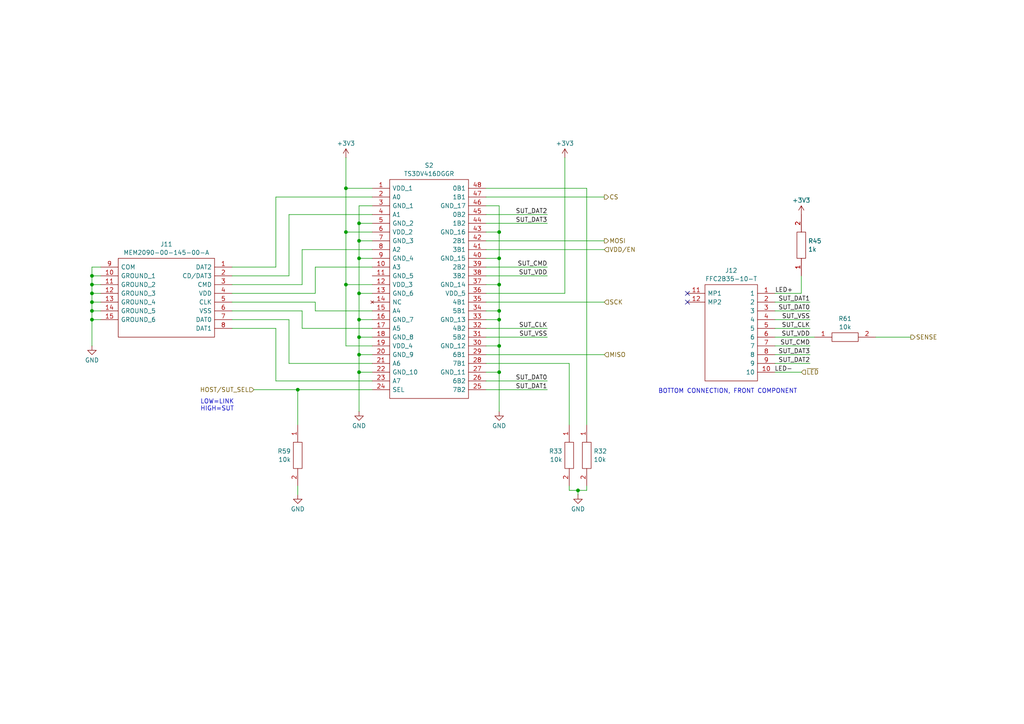
<source format=kicad_sch>
(kicad_sch
	(version 20231120)
	(generator "eeschema")
	(generator_version "8.0")
	(uuid "4b425572-1106-430f-b838-8c2ca90c1cfc")
	(paper "A4")
	(title_block
		(title "Oro Link")
		(date "2024-06-09")
		(rev "7")
		(company "Oro Operating System")
		(comment 1 "://oro.sh")
		(comment 2 "Joshua Lee Junon")
	)
	(lib_symbols
		(symbol "SamacSys_Parts:FFC2B35-10-T"
			(pin_names
				(offset 0.762)
			)
			(exclude_from_sim no)
			(in_bom yes)
			(on_board yes)
			(property "Reference" "J"
				(at 21.59 7.62 0)
				(effects
					(font
						(size 1.27 1.27)
					)
					(justify left)
				)
			)
			(property "Value" "FFC2B35-10-T"
				(at 21.59 5.08 0)
				(effects
					(font
						(size 1.27 1.27)
					)
					(justify left)
				)
			)
			(property "Footprint" "FFC2B3510T"
				(at 21.59 2.54 0)
				(effects
					(font
						(size 1.27 1.27)
					)
					(justify left)
					(hide yes)
				)
			)
			(property "Datasheet" "https://gct.co/files/drawings/ffc2b35.pdf"
				(at 21.59 0 0)
				(effects
					(font
						(size 1.27 1.27)
					)
					(justify left)
					(hide yes)
				)
			)
			(property "Description" "10 Position FFC, FPC Connector Contacts, Bottom 0.020\" (0.50mm) Surface Mount, Right Angle"
				(at 0 0 0)
				(effects
					(font
						(size 1.27 1.27)
					)
					(hide yes)
				)
			)
			(property "Description_1" "10 Position FFC, FPC Connector Contacts, Bottom 0.020\" (0.50mm) Surface Mount, Right Angle"
				(at 21.59 -2.54 0)
				(effects
					(font
						(size 1.27 1.27)
					)
					(justify left)
					(hide yes)
				)
			)
			(property "Height" "2.2"
				(at 21.59 -5.08 0)
				(effects
					(font
						(size 1.27 1.27)
					)
					(justify left)
					(hide yes)
				)
			)
			(property "Manufacturer_Name" "GCT (GLOBAL CONNECTOR TECHNOLOGY)"
				(at 21.59 -7.62 0)
				(effects
					(font
						(size 1.27 1.27)
					)
					(justify left)
					(hide yes)
				)
			)
			(property "Manufacturer_Part_Number" "FFC2B35-10-T"
				(at 21.59 -10.16 0)
				(effects
					(font
						(size 1.27 1.27)
					)
					(justify left)
					(hide yes)
				)
			)
			(property "Mouser Part Number" "640-FFC2B35-10-T"
				(at 21.59 -12.7 0)
				(effects
					(font
						(size 1.27 1.27)
					)
					(justify left)
					(hide yes)
				)
			)
			(property "Mouser Price/Stock" "https://www.mouser.co.uk/ProductDetail/GCT/FFC2B35-10-T?qs=Li%252BoUPsLEnvL34Nnr1m37A%3D%3D"
				(at 21.59 -15.24 0)
				(effects
					(font
						(size 1.27 1.27)
					)
					(justify left)
					(hide yes)
				)
			)
			(property "Arrow Part Number" ""
				(at 21.59 -17.78 0)
				(effects
					(font
						(size 1.27 1.27)
					)
					(justify left)
					(hide yes)
				)
			)
			(property "Arrow Price/Stock" ""
				(at 21.59 -20.32 0)
				(effects
					(font
						(size 1.27 1.27)
					)
					(justify left)
					(hide yes)
				)
			)
			(symbol "FFC2B35-10-T_0_0"
				(pin passive line
					(at 25.4 0 180)
					(length 5.08)
					(name "1"
						(effects
							(font
								(size 1.27 1.27)
							)
						)
					)
					(number "1"
						(effects
							(font
								(size 1.27 1.27)
							)
						)
					)
				)
				(pin passive line
					(at 25.4 -22.86 180)
					(length 5.08)
					(name "10"
						(effects
							(font
								(size 1.27 1.27)
							)
						)
					)
					(number "10"
						(effects
							(font
								(size 1.27 1.27)
							)
						)
					)
				)
				(pin passive line
					(at 0 0 0)
					(length 5.08)
					(name "MP1"
						(effects
							(font
								(size 1.27 1.27)
							)
						)
					)
					(number "11"
						(effects
							(font
								(size 1.27 1.27)
							)
						)
					)
				)
				(pin passive line
					(at 0 -2.54 0)
					(length 5.08)
					(name "MP2"
						(effects
							(font
								(size 1.27 1.27)
							)
						)
					)
					(number "12"
						(effects
							(font
								(size 1.27 1.27)
							)
						)
					)
				)
				(pin passive line
					(at 25.4 -2.54 180)
					(length 5.08)
					(name "2"
						(effects
							(font
								(size 1.27 1.27)
							)
						)
					)
					(number "2"
						(effects
							(font
								(size 1.27 1.27)
							)
						)
					)
				)
				(pin passive line
					(at 25.4 -5.08 180)
					(length 5.08)
					(name "3"
						(effects
							(font
								(size 1.27 1.27)
							)
						)
					)
					(number "3"
						(effects
							(font
								(size 1.27 1.27)
							)
						)
					)
				)
				(pin passive line
					(at 25.4 -7.62 180)
					(length 5.08)
					(name "4"
						(effects
							(font
								(size 1.27 1.27)
							)
						)
					)
					(number "4"
						(effects
							(font
								(size 1.27 1.27)
							)
						)
					)
				)
				(pin passive line
					(at 25.4 -10.16 180)
					(length 5.08)
					(name "5"
						(effects
							(font
								(size 1.27 1.27)
							)
						)
					)
					(number "5"
						(effects
							(font
								(size 1.27 1.27)
							)
						)
					)
				)
				(pin passive line
					(at 25.4 -12.7 180)
					(length 5.08)
					(name "6"
						(effects
							(font
								(size 1.27 1.27)
							)
						)
					)
					(number "6"
						(effects
							(font
								(size 1.27 1.27)
							)
						)
					)
				)
				(pin passive line
					(at 25.4 -15.24 180)
					(length 5.08)
					(name "7"
						(effects
							(font
								(size 1.27 1.27)
							)
						)
					)
					(number "7"
						(effects
							(font
								(size 1.27 1.27)
							)
						)
					)
				)
				(pin passive line
					(at 25.4 -17.78 180)
					(length 5.08)
					(name "8"
						(effects
							(font
								(size 1.27 1.27)
							)
						)
					)
					(number "8"
						(effects
							(font
								(size 1.27 1.27)
							)
						)
					)
				)
				(pin passive line
					(at 25.4 -20.32 180)
					(length 5.08)
					(name "9"
						(effects
							(font
								(size 1.27 1.27)
							)
						)
					)
					(number "9"
						(effects
							(font
								(size 1.27 1.27)
							)
						)
					)
				)
			)
			(symbol "FFC2B35-10-T_0_1"
				(polyline
					(pts
						(xy 5.08 2.54) (xy 20.32 2.54) (xy 20.32 -25.4) (xy 5.08 -25.4) (xy 5.08 2.54)
					)
					(stroke
						(width 0.1524)
						(type solid)
					)
					(fill
						(type none)
					)
				)
			)
		)
		(symbol "SamacSys_Parts:MEM2090-00-145-00-A"
			(pin_names
				(offset 0.762)
			)
			(exclude_from_sim no)
			(in_bom yes)
			(on_board yes)
			(property "Reference" "J"
				(at 34.29 7.62 0)
				(effects
					(font
						(size 1.27 1.27)
					)
					(justify left)
				)
			)
			(property "Value" "MEM2090-00-145-00-A"
				(at 34.29 5.08 0)
				(effects
					(font
						(size 1.27 1.27)
					)
					(justify left)
				)
			)
			(property "Footprint" "MEM20900014500A"
				(at 34.29 2.54 0)
				(effects
					(font
						(size 1.27 1.27)
					)
					(justify left)
					(hide yes)
				)
			)
			(property "Datasheet" "https://gct.co/files/drawings/mem2090.pdf?v=ac1ce997-ed31-46bf-a19d-b93aae38539b"
				(at 34.29 0 0)
				(effects
					(font
						(size 1.27 1.27)
					)
					(justify left)
					(hide yes)
				)
			)
			(property "Description" "Memory Card Connectors Micro SD Push-Push, Normaly Open, SMT, 1.45mm Profile, No Peg"
				(at 0 0 0)
				(effects
					(font
						(size 1.27 1.27)
					)
					(hide yes)
				)
			)
			(property "Description_1" "Memory Card Connectors Micro SD Push-Push, Normaly Open, SMT, 1.45mm Profile, No Peg"
				(at 34.29 -2.54 0)
				(effects
					(font
						(size 1.27 1.27)
					)
					(justify left)
					(hide yes)
				)
			)
			(property "Height" "1.6"
				(at 34.29 -5.08 0)
				(effects
					(font
						(size 1.27 1.27)
					)
					(justify left)
					(hide yes)
				)
			)
			(property "Manufacturer_Name" "GCT (GLOBAL CONNECTOR TECHNOLOGY)"
				(at 34.29 -7.62 0)
				(effects
					(font
						(size 1.27 1.27)
					)
					(justify left)
					(hide yes)
				)
			)
			(property "Manufacturer_Part_Number" "MEM2090-00-145-00-A"
				(at 34.29 -10.16 0)
				(effects
					(font
						(size 1.27 1.27)
					)
					(justify left)
					(hide yes)
				)
			)
			(property "Mouser Part Number" "640-MEM20900014500A"
				(at 34.29 -12.7 0)
				(effects
					(font
						(size 1.27 1.27)
					)
					(justify left)
					(hide yes)
				)
			)
			(property "Mouser Price/Stock" "https://www.mouser.co.uk/ProductDetail/GCT/MEM2090-00-145-00-A?qs=jRuttqqUwMR0RI4XLNZI4Q%3D%3D"
				(at 34.29 -15.24 0)
				(effects
					(font
						(size 1.27 1.27)
					)
					(justify left)
					(hide yes)
				)
			)
			(property "Arrow Part Number" ""
				(at 34.29 -17.78 0)
				(effects
					(font
						(size 1.27 1.27)
					)
					(justify left)
					(hide yes)
				)
			)
			(property "Arrow Price/Stock" ""
				(at 34.29 -20.32 0)
				(effects
					(font
						(size 1.27 1.27)
					)
					(justify left)
					(hide yes)
				)
			)
			(symbol "MEM2090-00-145-00-A_0_0"
				(pin passive line
					(at 0 0 0)
					(length 5.08)
					(name "DAT2"
						(effects
							(font
								(size 1.27 1.27)
							)
						)
					)
					(number "1"
						(effects
							(font
								(size 1.27 1.27)
							)
						)
					)
				)
				(pin passive line
					(at 38.1 -2.54 180)
					(length 5.08)
					(name "GROUND_1"
						(effects
							(font
								(size 1.27 1.27)
							)
						)
					)
					(number "10"
						(effects
							(font
								(size 1.27 1.27)
							)
						)
					)
				)
				(pin passive line
					(at 38.1 -5.08 180)
					(length 5.08)
					(name "GROUND_2"
						(effects
							(font
								(size 1.27 1.27)
							)
						)
					)
					(number "11"
						(effects
							(font
								(size 1.27 1.27)
							)
						)
					)
				)
				(pin passive line
					(at 38.1 -7.62 180)
					(length 5.08)
					(name "GROUND_3"
						(effects
							(font
								(size 1.27 1.27)
							)
						)
					)
					(number "12"
						(effects
							(font
								(size 1.27 1.27)
							)
						)
					)
				)
				(pin passive line
					(at 38.1 -10.16 180)
					(length 5.08)
					(name "GROUND_4"
						(effects
							(font
								(size 1.27 1.27)
							)
						)
					)
					(number "13"
						(effects
							(font
								(size 1.27 1.27)
							)
						)
					)
				)
				(pin passive line
					(at 38.1 -12.7 180)
					(length 5.08)
					(name "GROUND_5"
						(effects
							(font
								(size 1.27 1.27)
							)
						)
					)
					(number "14"
						(effects
							(font
								(size 1.27 1.27)
							)
						)
					)
				)
				(pin passive line
					(at 38.1 -15.24 180)
					(length 5.08)
					(name "GROUND_6"
						(effects
							(font
								(size 1.27 1.27)
							)
						)
					)
					(number "15"
						(effects
							(font
								(size 1.27 1.27)
							)
						)
					)
				)
				(pin passive line
					(at 0 -2.54 0)
					(length 5.08)
					(name "CD/DAT3"
						(effects
							(font
								(size 1.27 1.27)
							)
						)
					)
					(number "2"
						(effects
							(font
								(size 1.27 1.27)
							)
						)
					)
				)
				(pin passive line
					(at 0 -5.08 0)
					(length 5.08)
					(name "CMD"
						(effects
							(font
								(size 1.27 1.27)
							)
						)
					)
					(number "3"
						(effects
							(font
								(size 1.27 1.27)
							)
						)
					)
				)
				(pin passive line
					(at 0 -7.62 0)
					(length 5.08)
					(name "VDD"
						(effects
							(font
								(size 1.27 1.27)
							)
						)
					)
					(number "4"
						(effects
							(font
								(size 1.27 1.27)
							)
						)
					)
				)
				(pin passive line
					(at 0 -10.16 0)
					(length 5.08)
					(name "CLK"
						(effects
							(font
								(size 1.27 1.27)
							)
						)
					)
					(number "5"
						(effects
							(font
								(size 1.27 1.27)
							)
						)
					)
				)
				(pin passive line
					(at 0 -12.7 0)
					(length 5.08)
					(name "VSS"
						(effects
							(font
								(size 1.27 1.27)
							)
						)
					)
					(number "6"
						(effects
							(font
								(size 1.27 1.27)
							)
						)
					)
				)
				(pin passive line
					(at 0 -15.24 0)
					(length 5.08)
					(name "DAT0"
						(effects
							(font
								(size 1.27 1.27)
							)
						)
					)
					(number "7"
						(effects
							(font
								(size 1.27 1.27)
							)
						)
					)
				)
				(pin passive line
					(at 0 -17.78 0)
					(length 5.08)
					(name "DAT1"
						(effects
							(font
								(size 1.27 1.27)
							)
						)
					)
					(number "8"
						(effects
							(font
								(size 1.27 1.27)
							)
						)
					)
				)
				(pin passive line
					(at 38.1 0 180)
					(length 5.08)
					(name "COM"
						(effects
							(font
								(size 1.27 1.27)
							)
						)
					)
					(number "9"
						(effects
							(font
								(size 1.27 1.27)
							)
						)
					)
				)
			)
			(symbol "MEM2090-00-145-00-A_0_1"
				(polyline
					(pts
						(xy 5.08 2.54) (xy 33.02 2.54) (xy 33.02 -20.32) (xy 5.08 -20.32) (xy 5.08 2.54)
					)
					(stroke
						(width 0.1524)
						(type solid)
					)
					(fill
						(type none)
					)
				)
			)
		)
		(symbol "SamacSys_Parts:RK73H1ETTP1002F"
			(pin_names
				(offset 0.762)
			)
			(exclude_from_sim no)
			(in_bom yes)
			(on_board yes)
			(property "Reference" "R"
				(at 13.97 6.35 0)
				(effects
					(font
						(size 1.27 1.27)
					)
					(justify left)
				)
			)
			(property "Value" "RK73H1ETTP1002F"
				(at 13.97 3.81 0)
				(effects
					(font
						(size 1.27 1.27)
					)
					(justify left)
				)
			)
			(property "Footprint" "RESC1005X40N"
				(at 13.97 1.27 0)
				(effects
					(font
						(size 1.27 1.27)
					)
					(justify left)
					(hide yes)
				)
			)
			(property "Datasheet" "http://www.koaspeer.com/catimages/Products/RK73-RT/RK73-RT.pdf"
				(at 13.97 -1.27 0)
				(effects
					(font
						(size 1.27 1.27)
					)
					(justify left)
					(hide yes)
				)
			)
			(property "Description" "Resistor,ThickFilm1005,0.063W,10kohm"
				(at 13.97 -3.81 0)
				(effects
					(font
						(size 1.27 1.27)
					)
					(justify left)
					(hide yes)
				)
			)
			(property "Height" "0.4"
				(at 13.97 -6.35 0)
				(effects
					(font
						(size 1.27 1.27)
					)
					(justify left)
					(hide yes)
				)
			)
			(property "Manufacturer_Name" "KOA Speer"
				(at 13.97 -8.89 0)
				(effects
					(font
						(size 1.27 1.27)
					)
					(justify left)
					(hide yes)
				)
			)
			(property "Manufacturer_Part_Number" "RK73H1ETTP1002F"
				(at 13.97 -11.43 0)
				(effects
					(font
						(size 1.27 1.27)
					)
					(justify left)
					(hide yes)
				)
			)
			(property "Mouser Part Number" "660-RK73H1ETTP1002F"
				(at 13.97 -13.97 0)
				(effects
					(font
						(size 1.27 1.27)
					)
					(justify left)
					(hide yes)
				)
			)
			(property "Mouser Price/Stock" "https://www.mouser.co.uk/ProductDetail/KOA-Speer/RK73H1ETTP1002F?qs=uLfVlVfCHH2OZ4JTybrBPQ%3D%3D"
				(at 13.97 -16.51 0)
				(effects
					(font
						(size 1.27 1.27)
					)
					(justify left)
					(hide yes)
				)
			)
			(property "Arrow Part Number" "RK73H1ETTP1002F"
				(at 13.97 -19.05 0)
				(effects
					(font
						(size 1.27 1.27)
					)
					(justify left)
					(hide yes)
				)
			)
			(property "Arrow Price/Stock" "https://www.arrow.com/en/products/rk73h1ettp1002f/koa-speer-electronics?region=nac"
				(at 13.97 -21.59 0)
				(effects
					(font
						(size 1.27 1.27)
					)
					(justify left)
					(hide yes)
				)
			)
			(symbol "RK73H1ETTP1002F_0_0"
				(pin passive line
					(at 0 0 0)
					(length 5.08)
					(name "~"
						(effects
							(font
								(size 1.27 1.27)
							)
						)
					)
					(number "1"
						(effects
							(font
								(size 1.27 1.27)
							)
						)
					)
				)
				(pin passive line
					(at 17.78 0 180)
					(length 5.08)
					(name "~"
						(effects
							(font
								(size 1.27 1.27)
							)
						)
					)
					(number "2"
						(effects
							(font
								(size 1.27 1.27)
							)
						)
					)
				)
			)
			(symbol "RK73H1ETTP1002F_0_1"
				(polyline
					(pts
						(xy 5.08 1.27) (xy 12.7 1.27) (xy 12.7 -1.27) (xy 5.08 -1.27) (xy 5.08 1.27)
					)
					(stroke
						(width 0.1524)
						(type solid)
					)
					(fill
						(type none)
					)
				)
			)
		)
		(symbol "SamacSys_Parts:SG73P2ATTD102J"
			(pin_names
				(offset 0.762)
			)
			(exclude_from_sim no)
			(in_bom yes)
			(on_board yes)
			(property "Reference" "R"
				(at 13.97 6.35 0)
				(effects
					(font
						(size 1.27 1.27)
					)
					(justify left)
				)
			)
			(property "Value" "SG73P2ATTD102J"
				(at 13.97 3.81 0)
				(effects
					(font
						(size 1.27 1.27)
					)
					(justify left)
				)
			)
			(property "Footprint" "RESC2012X60N"
				(at 13.97 1.27 0)
				(effects
					(font
						(size 1.27 1.27)
					)
					(justify left)
					(hide yes)
				)
			)
			(property "Datasheet" "https://componentsearchengine.com/Datasheets/1/SG73P2ATTD102J.pdf"
				(at 13.97 -1.27 0)
				(effects
					(font
						(size 1.27 1.27)
					)
					(justify left)
					(hide yes)
				)
			)
			(property "Description" "Thick Film Resistors - SMD 0.25W 1Kohm 5% 200ppm Anti-Pulse"
				(at 13.97 -3.81 0)
				(effects
					(font
						(size 1.27 1.27)
					)
					(justify left)
					(hide yes)
				)
			)
			(property "Height" "0.6"
				(at 13.97 -6.35 0)
				(effects
					(font
						(size 1.27 1.27)
					)
					(justify left)
					(hide yes)
				)
			)
			(property "Manufacturer_Name" "KOA Speer"
				(at 13.97 -8.89 0)
				(effects
					(font
						(size 1.27 1.27)
					)
					(justify left)
					(hide yes)
				)
			)
			(property "Manufacturer_Part_Number" "SG73P2ATTD102J"
				(at 13.97 -11.43 0)
				(effects
					(font
						(size 1.27 1.27)
					)
					(justify left)
					(hide yes)
				)
			)
			(property "Mouser Part Number" "660-SG73P2ATTD102J"
				(at 13.97 -13.97 0)
				(effects
					(font
						(size 1.27 1.27)
					)
					(justify left)
					(hide yes)
				)
			)
			(property "Mouser Price/Stock" "https://www.mouser.com/Search/Refine.aspx?Keyword=660-SG73P2ATTD102J"
				(at 13.97 -16.51 0)
				(effects
					(font
						(size 1.27 1.27)
					)
					(justify left)
					(hide yes)
				)
			)
			(property "Arrow Part Number" ""
				(at 13.97 -19.05 0)
				(effects
					(font
						(size 1.27 1.27)
					)
					(justify left)
					(hide yes)
				)
			)
			(property "Arrow Price/Stock" ""
				(at 13.97 -21.59 0)
				(effects
					(font
						(size 1.27 1.27)
					)
					(justify left)
					(hide yes)
				)
			)
			(property "Mouser Testing Part Number" ""
				(at 13.97 -24.13 0)
				(effects
					(font
						(size 1.27 1.27)
					)
					(justify left)
					(hide yes)
				)
			)
			(property "Mouser Testing Price/Stock" ""
				(at 13.97 -26.67 0)
				(effects
					(font
						(size 1.27 1.27)
					)
					(justify left)
					(hide yes)
				)
			)
			(symbol "SG73P2ATTD102J_0_0"
				(pin passive line
					(at 0 0 0)
					(length 5.08)
					(name "~"
						(effects
							(font
								(size 1.27 1.27)
							)
						)
					)
					(number "1"
						(effects
							(font
								(size 1.27 1.27)
							)
						)
					)
				)
				(pin passive line
					(at 17.78 0 180)
					(length 5.08)
					(name "~"
						(effects
							(font
								(size 1.27 1.27)
							)
						)
					)
					(number "2"
						(effects
							(font
								(size 1.27 1.27)
							)
						)
					)
				)
			)
			(symbol "SG73P2ATTD102J_0_1"
				(polyline
					(pts
						(xy 5.08 1.27) (xy 12.7 1.27) (xy 12.7 -1.27) (xy 5.08 -1.27) (xy 5.08 1.27)
					)
					(stroke
						(width 0.1524)
						(type solid)
					)
					(fill
						(type none)
					)
				)
			)
		)
		(symbol "SamacSys_Parts:TS3DV416DGGR"
			(pin_names
				(offset 0.762)
			)
			(exclude_from_sim no)
			(in_bom yes)
			(on_board yes)
			(property "Reference" "S"
				(at 29.21 7.62 0)
				(effects
					(font
						(size 1.27 1.27)
					)
					(justify left)
				)
			)
			(property "Value" "TS3DV416DGGR"
				(at 29.21 5.08 0)
				(effects
					(font
						(size 1.27 1.27)
					)
					(justify left)
				)
			)
			(property "Footprint" "SOP50P810X120-48N"
				(at 29.21 2.54 0)
				(effects
					(font
						(size 1.27 1.27)
					)
					(justify left)
					(hide yes)
				)
			)
			(property "Datasheet" "http://www.ti.com/lit/gpn/ts3dv416"
				(at 29.21 0 0)
				(effects
					(font
						(size 1.27 1.27)
					)
					(justify left)
					(hide yes)
				)
			)
			(property "Description" "Multi-Channel Differential Switch/Multiplexer Targeting DVI/HDMI Applications"
				(at 0 0 0)
				(effects
					(font
						(size 1.27 1.27)
					)
					(hide yes)
				)
			)
			(property "Description_1" "Multi-Channel Differential Switch/Multiplexer Targeting DVI/HDMI Applications"
				(at 29.21 -2.54 0)
				(effects
					(font
						(size 1.27 1.27)
					)
					(justify left)
					(hide yes)
				)
			)
			(property "Height" "1.2"
				(at 29.21 -5.08 0)
				(effects
					(font
						(size 1.27 1.27)
					)
					(justify left)
					(hide yes)
				)
			)
			(property "Manufacturer_Name" "Texas Instruments"
				(at 29.21 -7.62 0)
				(effects
					(font
						(size 1.27 1.27)
					)
					(justify left)
					(hide yes)
				)
			)
			(property "Manufacturer_Part_Number" "TS3DV416DGGR"
				(at 29.21 -10.16 0)
				(effects
					(font
						(size 1.27 1.27)
					)
					(justify left)
					(hide yes)
				)
			)
			(property "Mouser Part Number" "595-TS3DV416DGGR"
				(at 29.21 -12.7 0)
				(effects
					(font
						(size 1.27 1.27)
					)
					(justify left)
					(hide yes)
				)
			)
			(property "Mouser Price/Stock" "https://www.mouser.co.uk/ProductDetail/Texas-Instruments/TS3DV416DGGR?qs=BBezV1N05%2Fv5kXALEegARw%3D%3D"
				(at 29.21 -15.24 0)
				(effects
					(font
						(size 1.27 1.27)
					)
					(justify left)
					(hide yes)
				)
			)
			(property "Arrow Part Number" "TS3DV416DGGR"
				(at 29.21 -17.78 0)
				(effects
					(font
						(size 1.27 1.27)
					)
					(justify left)
					(hide yes)
				)
			)
			(property "Arrow Price/Stock" "https://www.arrow.com/en/products/ts3dv416dggr/texas-instruments"
				(at 29.21 -20.32 0)
				(effects
					(font
						(size 1.27 1.27)
					)
					(justify left)
					(hide yes)
				)
			)
			(symbol "TS3DV416DGGR_0_0"
				(pin power_in line
					(at 0 0 0)
					(length 5.08)
					(name "VDD_1"
						(effects
							(font
								(size 1.27 1.27)
							)
						)
					)
					(number "1"
						(effects
							(font
								(size 1.27 1.27)
							)
						)
					)
				)
				(pin output line
					(at 0 -22.86 0)
					(length 5.08)
					(name "A3"
						(effects
							(font
								(size 1.27 1.27)
							)
						)
					)
					(number "10"
						(effects
							(font
								(size 1.27 1.27)
							)
						)
					)
				)
				(pin power_in line
					(at 0 -25.4 0)
					(length 5.08)
					(name "GND_5"
						(effects
							(font
								(size 1.27 1.27)
							)
						)
					)
					(number "11"
						(effects
							(font
								(size 1.27 1.27)
							)
						)
					)
				)
				(pin passive line
					(at 0 -27.94 0)
					(length 5.08)
					(name "VDD_3"
						(effects
							(font
								(size 1.27 1.27)
							)
						)
					)
					(number "12"
						(effects
							(font
								(size 1.27 1.27)
							)
						)
					)
				)
				(pin power_in line
					(at 0 -30.48 0)
					(length 5.08)
					(name "GND_6"
						(effects
							(font
								(size 1.27 1.27)
							)
						)
					)
					(number "13"
						(effects
							(font
								(size 1.27 1.27)
							)
						)
					)
				)
				(pin no_connect line
					(at 0 -33.02 0)
					(length 5.08)
					(name "NC"
						(effects
							(font
								(size 1.27 1.27)
							)
						)
					)
					(number "14"
						(effects
							(font
								(size 1.27 1.27)
							)
						)
					)
				)
				(pin output line
					(at 0 -35.56 0)
					(length 5.08)
					(name "A4"
						(effects
							(font
								(size 1.27 1.27)
							)
						)
					)
					(number "15"
						(effects
							(font
								(size 1.27 1.27)
							)
						)
					)
				)
				(pin power_in line
					(at 0 -38.1 0)
					(length 5.08)
					(name "GND_7"
						(effects
							(font
								(size 1.27 1.27)
							)
						)
					)
					(number "16"
						(effects
							(font
								(size 1.27 1.27)
							)
						)
					)
				)
				(pin output line
					(at 0 -40.64 0)
					(length 5.08)
					(name "A5"
						(effects
							(font
								(size 1.27 1.27)
							)
						)
					)
					(number "17"
						(effects
							(font
								(size 1.27 1.27)
							)
						)
					)
				)
				(pin power_in line
					(at 0 -43.18 0)
					(length 5.08)
					(name "GND_8"
						(effects
							(font
								(size 1.27 1.27)
							)
						)
					)
					(number "18"
						(effects
							(font
								(size 1.27 1.27)
							)
						)
					)
				)
				(pin passive line
					(at 0 -45.72 0)
					(length 5.08)
					(name "VDD_4"
						(effects
							(font
								(size 1.27 1.27)
							)
						)
					)
					(number "19"
						(effects
							(font
								(size 1.27 1.27)
							)
						)
					)
				)
				(pin output line
					(at 0 -2.54 0)
					(length 5.08)
					(name "A0"
						(effects
							(font
								(size 1.27 1.27)
							)
						)
					)
					(number "2"
						(effects
							(font
								(size 1.27 1.27)
							)
						)
					)
				)
				(pin power_in line
					(at 0 -48.26 0)
					(length 5.08)
					(name "GND_9"
						(effects
							(font
								(size 1.27 1.27)
							)
						)
					)
					(number "20"
						(effects
							(font
								(size 1.27 1.27)
							)
						)
					)
				)
				(pin output line
					(at 0 -50.8 0)
					(length 5.08)
					(name "A6"
						(effects
							(font
								(size 1.27 1.27)
							)
						)
					)
					(number "21"
						(effects
							(font
								(size 1.27 1.27)
							)
						)
					)
				)
				(pin power_in line
					(at 0 -53.34 0)
					(length 5.08)
					(name "GND_10"
						(effects
							(font
								(size 1.27 1.27)
							)
						)
					)
					(number "22"
						(effects
							(font
								(size 1.27 1.27)
							)
						)
					)
				)
				(pin output line
					(at 0 -55.88 0)
					(length 5.08)
					(name "A7"
						(effects
							(font
								(size 1.27 1.27)
							)
						)
					)
					(number "23"
						(effects
							(font
								(size 1.27 1.27)
							)
						)
					)
				)
				(pin power_in line
					(at 0 -58.42 0)
					(length 5.08)
					(name "SEL"
						(effects
							(font
								(size 1.27 1.27)
							)
						)
					)
					(number "24"
						(effects
							(font
								(size 1.27 1.27)
							)
						)
					)
				)
				(pin input line
					(at 33.02 -58.42 180)
					(length 5.08)
					(name "7B2"
						(effects
							(font
								(size 1.27 1.27)
							)
						)
					)
					(number "25"
						(effects
							(font
								(size 1.27 1.27)
							)
						)
					)
				)
				(pin input line
					(at 33.02 -55.88 180)
					(length 5.08)
					(name "6B2"
						(effects
							(font
								(size 1.27 1.27)
							)
						)
					)
					(number "26"
						(effects
							(font
								(size 1.27 1.27)
							)
						)
					)
				)
				(pin power_in line
					(at 33.02 -53.34 180)
					(length 5.08)
					(name "GND_11"
						(effects
							(font
								(size 1.27 1.27)
							)
						)
					)
					(number "27"
						(effects
							(font
								(size 1.27 1.27)
							)
						)
					)
				)
				(pin input line
					(at 33.02 -50.8 180)
					(length 5.08)
					(name "7B1"
						(effects
							(font
								(size 1.27 1.27)
							)
						)
					)
					(number "28"
						(effects
							(font
								(size 1.27 1.27)
							)
						)
					)
				)
				(pin input line
					(at 33.02 -48.26 180)
					(length 5.08)
					(name "6B1"
						(effects
							(font
								(size 1.27 1.27)
							)
						)
					)
					(number "29"
						(effects
							(font
								(size 1.27 1.27)
							)
						)
					)
				)
				(pin power_in line
					(at 0 -5.08 0)
					(length 5.08)
					(name "GND_1"
						(effects
							(font
								(size 1.27 1.27)
							)
						)
					)
					(number "3"
						(effects
							(font
								(size 1.27 1.27)
							)
						)
					)
				)
				(pin power_in line
					(at 33.02 -45.72 180)
					(length 5.08)
					(name "GND_12"
						(effects
							(font
								(size 1.27 1.27)
							)
						)
					)
					(number "30"
						(effects
							(font
								(size 1.27 1.27)
							)
						)
					)
				)
				(pin input line
					(at 33.02 -43.18 180)
					(length 5.08)
					(name "5B2"
						(effects
							(font
								(size 1.27 1.27)
							)
						)
					)
					(number "31"
						(effects
							(font
								(size 1.27 1.27)
							)
						)
					)
				)
				(pin input line
					(at 33.02 -40.64 180)
					(length 5.08)
					(name "4B2"
						(effects
							(font
								(size 1.27 1.27)
							)
						)
					)
					(number "32"
						(effects
							(font
								(size 1.27 1.27)
							)
						)
					)
				)
				(pin power_in line
					(at 33.02 -38.1 180)
					(length 5.08)
					(name "GND_13"
						(effects
							(font
								(size 1.27 1.27)
							)
						)
					)
					(number "33"
						(effects
							(font
								(size 1.27 1.27)
							)
						)
					)
				)
				(pin input line
					(at 33.02 -35.56 180)
					(length 5.08)
					(name "5B1"
						(effects
							(font
								(size 1.27 1.27)
							)
						)
					)
					(number "34"
						(effects
							(font
								(size 1.27 1.27)
							)
						)
					)
				)
				(pin input line
					(at 33.02 -33.02 180)
					(length 5.08)
					(name "4B1"
						(effects
							(font
								(size 1.27 1.27)
							)
						)
					)
					(number "35"
						(effects
							(font
								(size 1.27 1.27)
							)
						)
					)
				)
				(pin power_in line
					(at 33.02 -30.48 180)
					(length 5.08)
					(name "VDD_5"
						(effects
							(font
								(size 1.27 1.27)
							)
						)
					)
					(number "36"
						(effects
							(font
								(size 1.27 1.27)
							)
						)
					)
				)
				(pin power_in line
					(at 33.02 -27.94 180)
					(length 5.08)
					(name "GND_14"
						(effects
							(font
								(size 1.27 1.27)
							)
						)
					)
					(number "37"
						(effects
							(font
								(size 1.27 1.27)
							)
						)
					)
				)
				(pin input line
					(at 33.02 -25.4 180)
					(length 5.08)
					(name "3B2"
						(effects
							(font
								(size 1.27 1.27)
							)
						)
					)
					(number "38"
						(effects
							(font
								(size 1.27 1.27)
							)
						)
					)
				)
				(pin input line
					(at 33.02 -22.86 180)
					(length 5.08)
					(name "2B2"
						(effects
							(font
								(size 1.27 1.27)
							)
						)
					)
					(number "39"
						(effects
							(font
								(size 1.27 1.27)
							)
						)
					)
				)
				(pin output line
					(at 0 -7.62 0)
					(length 5.08)
					(name "A1"
						(effects
							(font
								(size 1.27 1.27)
							)
						)
					)
					(number "4"
						(effects
							(font
								(size 1.27 1.27)
							)
						)
					)
				)
				(pin power_in line
					(at 33.02 -20.32 180)
					(length 5.08)
					(name "GND_15"
						(effects
							(font
								(size 1.27 1.27)
							)
						)
					)
					(number "40"
						(effects
							(font
								(size 1.27 1.27)
							)
						)
					)
				)
				(pin input line
					(at 33.02 -17.78 180)
					(length 5.08)
					(name "3B1"
						(effects
							(font
								(size 1.27 1.27)
							)
						)
					)
					(number "41"
						(effects
							(font
								(size 1.27 1.27)
							)
						)
					)
				)
				(pin input line
					(at 33.02 -15.24 180)
					(length 5.08)
					(name "2B1"
						(effects
							(font
								(size 1.27 1.27)
							)
						)
					)
					(number "42"
						(effects
							(font
								(size 1.27 1.27)
							)
						)
					)
				)
				(pin power_in line
					(at 33.02 -12.7 180)
					(length 5.08)
					(name "GND_16"
						(effects
							(font
								(size 1.27 1.27)
							)
						)
					)
					(number "43"
						(effects
							(font
								(size 1.27 1.27)
							)
						)
					)
				)
				(pin input line
					(at 33.02 -10.16 180)
					(length 5.08)
					(name "1B2"
						(effects
							(font
								(size 1.27 1.27)
							)
						)
					)
					(number "44"
						(effects
							(font
								(size 1.27 1.27)
							)
						)
					)
				)
				(pin input line
					(at 33.02 -7.62 180)
					(length 5.08)
					(name "0B2"
						(effects
							(font
								(size 1.27 1.27)
							)
						)
					)
					(number "45"
						(effects
							(font
								(size 1.27 1.27)
							)
						)
					)
				)
				(pin power_in line
					(at 33.02 -5.08 180)
					(length 5.08)
					(name "GND_17"
						(effects
							(font
								(size 1.27 1.27)
							)
						)
					)
					(number "46"
						(effects
							(font
								(size 1.27 1.27)
							)
						)
					)
				)
				(pin input line
					(at 33.02 -2.54 180)
					(length 5.08)
					(name "1B1"
						(effects
							(font
								(size 1.27 1.27)
							)
						)
					)
					(number "47"
						(effects
							(font
								(size 1.27 1.27)
							)
						)
					)
				)
				(pin input line
					(at 33.02 0 180)
					(length 5.08)
					(name "0B1"
						(effects
							(font
								(size 1.27 1.27)
							)
						)
					)
					(number "48"
						(effects
							(font
								(size 1.27 1.27)
							)
						)
					)
				)
				(pin power_in line
					(at 0 -10.16 0)
					(length 5.08)
					(name "GND_2"
						(effects
							(font
								(size 1.27 1.27)
							)
						)
					)
					(number "5"
						(effects
							(font
								(size 1.27 1.27)
							)
						)
					)
				)
				(pin power_in line
					(at 0 -12.7 0)
					(length 5.08)
					(name "VDD_2"
						(effects
							(font
								(size 1.27 1.27)
							)
						)
					)
					(number "6"
						(effects
							(font
								(size 1.27 1.27)
							)
						)
					)
				)
				(pin power_in line
					(at 0 -15.24 0)
					(length 5.08)
					(name "GND_3"
						(effects
							(font
								(size 1.27 1.27)
							)
						)
					)
					(number "7"
						(effects
							(font
								(size 1.27 1.27)
							)
						)
					)
				)
				(pin output line
					(at 0 -17.78 0)
					(length 5.08)
					(name "A2"
						(effects
							(font
								(size 1.27 1.27)
							)
						)
					)
					(number "8"
						(effects
							(font
								(size 1.27 1.27)
							)
						)
					)
				)
				(pin power_in line
					(at 0 -20.32 0)
					(length 5.08)
					(name "GND_4"
						(effects
							(font
								(size 1.27 1.27)
							)
						)
					)
					(number "9"
						(effects
							(font
								(size 1.27 1.27)
							)
						)
					)
				)
			)
			(symbol "TS3DV416DGGR_0_1"
				(polyline
					(pts
						(xy 5.08 2.54) (xy 27.94 2.54) (xy 27.94 -60.96) (xy 5.08 -60.96) (xy 5.08 2.54)
					)
					(stroke
						(width 0.1524)
						(type solid)
					)
					(fill
						(type none)
					)
				)
			)
		)
		(symbol "power:+3V3"
			(power)
			(pin_numbers hide)
			(pin_names
				(offset 0) hide)
			(exclude_from_sim no)
			(in_bom yes)
			(on_board yes)
			(property "Reference" "#PWR"
				(at 0 -3.81 0)
				(effects
					(font
						(size 1.27 1.27)
					)
					(hide yes)
				)
			)
			(property "Value" "+3V3"
				(at 0 3.556 0)
				(effects
					(font
						(size 1.27 1.27)
					)
				)
			)
			(property "Footprint" ""
				(at 0 0 0)
				(effects
					(font
						(size 1.27 1.27)
					)
					(hide yes)
				)
			)
			(property "Datasheet" ""
				(at 0 0 0)
				(effects
					(font
						(size 1.27 1.27)
					)
					(hide yes)
				)
			)
			(property "Description" "Power symbol creates a global label with name \"+3V3\""
				(at 0 0 0)
				(effects
					(font
						(size 1.27 1.27)
					)
					(hide yes)
				)
			)
			(property "ki_keywords" "global power"
				(at 0 0 0)
				(effects
					(font
						(size 1.27 1.27)
					)
					(hide yes)
				)
			)
			(symbol "+3V3_0_1"
				(polyline
					(pts
						(xy -0.762 1.27) (xy 0 2.54)
					)
					(stroke
						(width 0)
						(type default)
					)
					(fill
						(type none)
					)
				)
				(polyline
					(pts
						(xy 0 0) (xy 0 2.54)
					)
					(stroke
						(width 0)
						(type default)
					)
					(fill
						(type none)
					)
				)
				(polyline
					(pts
						(xy 0 2.54) (xy 0.762 1.27)
					)
					(stroke
						(width 0)
						(type default)
					)
					(fill
						(type none)
					)
				)
			)
			(symbol "+3V3_1_1"
				(pin power_in line
					(at 0 0 90)
					(length 0)
					(name "~"
						(effects
							(font
								(size 1.27 1.27)
							)
						)
					)
					(number "1"
						(effects
							(font
								(size 1.27 1.27)
							)
						)
					)
				)
			)
		)
		(symbol "power:GND"
			(power)
			(pin_numbers hide)
			(pin_names
				(offset 0) hide)
			(exclude_from_sim no)
			(in_bom yes)
			(on_board yes)
			(property "Reference" "#PWR"
				(at 0 -6.35 0)
				(effects
					(font
						(size 1.27 1.27)
					)
					(hide yes)
				)
			)
			(property "Value" "GND"
				(at 0 -3.81 0)
				(effects
					(font
						(size 1.27 1.27)
					)
				)
			)
			(property "Footprint" ""
				(at 0 0 0)
				(effects
					(font
						(size 1.27 1.27)
					)
					(hide yes)
				)
			)
			(property "Datasheet" ""
				(at 0 0 0)
				(effects
					(font
						(size 1.27 1.27)
					)
					(hide yes)
				)
			)
			(property "Description" "Power symbol creates a global label with name \"GND\" , ground"
				(at 0 0 0)
				(effects
					(font
						(size 1.27 1.27)
					)
					(hide yes)
				)
			)
			(property "ki_keywords" "global power"
				(at 0 0 0)
				(effects
					(font
						(size 1.27 1.27)
					)
					(hide yes)
				)
			)
			(symbol "GND_0_1"
				(polyline
					(pts
						(xy 0 0) (xy 0 -1.27) (xy 1.27 -1.27) (xy 0 -2.54) (xy -1.27 -1.27) (xy 0 -1.27)
					)
					(stroke
						(width 0)
						(type default)
					)
					(fill
						(type none)
					)
				)
			)
			(symbol "GND_1_1"
				(pin power_in line
					(at 0 0 270)
					(length 0)
					(name "~"
						(effects
							(font
								(size 1.27 1.27)
							)
						)
					)
					(number "1"
						(effects
							(font
								(size 1.27 1.27)
							)
						)
					)
				)
			)
		)
	)
	(junction
		(at 104.14 92.71)
		(diameter 0)
		(color 0 0 0 0)
		(uuid "08e97abe-5b94-439b-b35e-7f1a8ead7fa6")
	)
	(junction
		(at 144.78 82.55)
		(diameter 0)
		(color 0 0 0 0)
		(uuid "12530a2d-60fd-42f5-892e-0baf96a2ddd8")
	)
	(junction
		(at 167.64 142.24)
		(diameter 0)
		(color 0 0 0 0)
		(uuid "2645f67b-534e-4829-9a93-6d0db29e280a")
	)
	(junction
		(at 144.78 100.33)
		(diameter 0)
		(color 0 0 0 0)
		(uuid "27834064-cbcd-4231-8daf-029e2f2b9b3d")
	)
	(junction
		(at 26.67 87.63)
		(diameter 0)
		(color 0 0 0 0)
		(uuid "29e6c60e-c784-40ef-90f9-e6797596bfd8")
	)
	(junction
		(at 144.78 92.71)
		(diameter 0)
		(color 0 0 0 0)
		(uuid "2d3c563d-de6d-403a-ab16-5aa6fde79bbb")
	)
	(junction
		(at 26.67 92.71)
		(diameter 0)
		(color 0 0 0 0)
		(uuid "3269c248-1e8e-4c71-a587-eb7393896ea6")
	)
	(junction
		(at 86.36 113.03)
		(diameter 0)
		(color 0 0 0 0)
		(uuid "3ec92f7d-6b5d-4c8d-bf30-5111697f51b8")
	)
	(junction
		(at 26.67 90.17)
		(diameter 0)
		(color 0 0 0 0)
		(uuid "4567cefb-1d08-4f5c-b3b6-ee13ae011e41")
	)
	(junction
		(at 104.14 107.95)
		(diameter 0)
		(color 0 0 0 0)
		(uuid "631b0382-3a52-4d06-b97b-69fa8ec519b5")
	)
	(junction
		(at 100.33 82.55)
		(diameter 0)
		(color 0 0 0 0)
		(uuid "68f33611-d8f7-4e65-b3df-67bed942fd29")
	)
	(junction
		(at 104.14 74.93)
		(diameter 0)
		(color 0 0 0 0)
		(uuid "69c1b7a5-5535-430e-ae25-b2d9bd537eb8")
	)
	(junction
		(at 26.67 80.01)
		(diameter 0)
		(color 0 0 0 0)
		(uuid "72810912-b644-4505-8c41-857cea6b112e")
	)
	(junction
		(at 104.14 64.77)
		(diameter 0)
		(color 0 0 0 0)
		(uuid "7b46c056-c31f-4bd8-9006-dc1c5865a15c")
	)
	(junction
		(at 104.14 97.79)
		(diameter 0)
		(color 0 0 0 0)
		(uuid "807c1fc1-3d66-4e6e-b8c8-e2ac2568f543")
	)
	(junction
		(at 26.67 85.09)
		(diameter 0)
		(color 0 0 0 0)
		(uuid "8cb3b803-c8ba-46c1-8884-4915efddd6b4")
	)
	(junction
		(at 104.14 102.87)
		(diameter 0)
		(color 0 0 0 0)
		(uuid "a893230e-5654-425f-a0ca-2f295b11cf5d")
	)
	(junction
		(at 144.78 74.93)
		(diameter 0)
		(color 0 0 0 0)
		(uuid "a92d6615-37ca-4f0b-bb3a-6b5674daf4bf")
	)
	(junction
		(at 144.78 67.31)
		(diameter 0)
		(color 0 0 0 0)
		(uuid "c014ee02-e4d2-4dc6-98d7-c3cfc1e48608")
	)
	(junction
		(at 144.78 107.95)
		(diameter 0)
		(color 0 0 0 0)
		(uuid "cec55784-1e31-4264-8109-cafdd00031ab")
	)
	(junction
		(at 104.14 69.85)
		(diameter 0)
		(color 0 0 0 0)
		(uuid "d357b3eb-3a7c-4eab-b6f5-7b220aeff0e0")
	)
	(junction
		(at 100.33 67.31)
		(diameter 0)
		(color 0 0 0 0)
		(uuid "d4483601-3a4f-45f5-af8f-d77e8cda0199")
	)
	(junction
		(at 100.33 54.61)
		(diameter 0)
		(color 0 0 0 0)
		(uuid "d564b11a-442d-4aed-b3dc-e71695cc0c22")
	)
	(junction
		(at 104.14 85.09)
		(diameter 0)
		(color 0 0 0 0)
		(uuid "d84bc7ef-2da7-4dea-836d-62ee3bf149b1")
	)
	(junction
		(at 144.78 90.17)
		(diameter 0)
		(color 0 0 0 0)
		(uuid "e32aa505-ea45-4f5f-b772-f588d5964ae1")
	)
	(junction
		(at 26.67 82.55)
		(diameter 0)
		(color 0 0 0 0)
		(uuid "eba997f4-fe9f-4810-90d8-149f8e6d2fe1")
	)
	(no_connect
		(at 199.39 85.09)
		(uuid "0dcf645d-7c0a-4bc0-8a17-8c15910b8b81")
	)
	(no_connect
		(at 199.39 87.63)
		(uuid "597cbe0a-bad7-4326-8706-a0cec179aba3")
	)
	(wire
		(pts
			(xy 100.33 82.55) (xy 100.33 100.33)
		)
		(stroke
			(width 0)
			(type default)
		)
		(uuid "020a66ae-c5ea-4ce8-9f3b-ccb28878b93c")
	)
	(wire
		(pts
			(xy 104.14 59.69) (xy 104.14 64.77)
		)
		(stroke
			(width 0)
			(type default)
		)
		(uuid "02315323-0cf6-48c7-9c3e-5c3913662a4b")
	)
	(wire
		(pts
			(xy 167.64 142.24) (xy 170.18 142.24)
		)
		(stroke
			(width 0)
			(type default)
		)
		(uuid "05181f72-9d5b-4c96-bd90-e6a48bb52812")
	)
	(wire
		(pts
			(xy 100.33 82.55) (xy 107.95 82.55)
		)
		(stroke
			(width 0)
			(type default)
		)
		(uuid "0b06d96c-7371-45b0-8c14-4f335fd0d4c3")
	)
	(wire
		(pts
			(xy 67.31 92.71) (xy 83.82 92.71)
		)
		(stroke
			(width 0)
			(type default)
		)
		(uuid "0fd1558b-ae2a-40b2-a09f-b64ee271bd78")
	)
	(wire
		(pts
			(xy 107.95 92.71) (xy 104.14 92.71)
		)
		(stroke
			(width 0)
			(type default)
		)
		(uuid "17296e3c-3405-40f2-be28-1f382c137f77")
	)
	(wire
		(pts
			(xy 144.78 59.69) (xy 144.78 67.31)
		)
		(stroke
			(width 0)
			(type default)
		)
		(uuid "1ac18036-9711-48d9-88bc-5f46d32e0bb4")
	)
	(wire
		(pts
			(xy 26.67 90.17) (xy 26.67 87.63)
		)
		(stroke
			(width 0)
			(type default)
		)
		(uuid "1e237310-88e0-4173-a2b3-4febf5fc5a64")
	)
	(wire
		(pts
			(xy 73.66 113.03) (xy 86.36 113.03)
		)
		(stroke
			(width 0)
			(type default)
		)
		(uuid "1ee7fd75-0e56-4ea8-9d6c-c9d5909d933d")
	)
	(wire
		(pts
			(xy 104.14 107.95) (xy 104.14 119.38)
		)
		(stroke
			(width 0)
			(type default)
		)
		(uuid "1f4bf1a4-e5d4-4f6a-a51b-a147bd628096")
	)
	(wire
		(pts
			(xy 104.14 97.79) (xy 104.14 102.87)
		)
		(stroke
			(width 0)
			(type default)
		)
		(uuid "23b8986a-2ad2-4882-880f-010839a21c37")
	)
	(wire
		(pts
			(xy 224.79 97.79) (xy 236.22 97.79)
		)
		(stroke
			(width 0)
			(type default)
		)
		(uuid "251d83d7-092b-4d03-90b6-abe8bf6ba2e5")
	)
	(wire
		(pts
			(xy 26.67 87.63) (xy 26.67 85.09)
		)
		(stroke
			(width 0)
			(type default)
		)
		(uuid "25fa47cb-1153-4c9a-8521-ec956620a207")
	)
	(wire
		(pts
			(xy 91.44 77.47) (xy 107.95 77.47)
		)
		(stroke
			(width 0)
			(type default)
		)
		(uuid "29463333-d325-417a-9274-4a71f2b96002")
	)
	(wire
		(pts
			(xy 140.97 92.71) (xy 144.78 92.71)
		)
		(stroke
			(width 0)
			(type default)
		)
		(uuid "33bf54fe-66e7-4262-ac26-185f6716ef44")
	)
	(wire
		(pts
			(xy 67.31 77.47) (xy 80.01 77.47)
		)
		(stroke
			(width 0)
			(type default)
		)
		(uuid "3643b53c-6df1-49c3-a6e6-20c70c8432e5")
	)
	(wire
		(pts
			(xy 224.79 87.63) (xy 234.95 87.63)
		)
		(stroke
			(width 0)
			(type default)
		)
		(uuid "37418b82-de56-4f23-94df-a17875d49831")
	)
	(wire
		(pts
			(xy 26.67 85.09) (xy 26.67 82.55)
		)
		(stroke
			(width 0)
			(type default)
		)
		(uuid "3c0506b9-2aad-4134-bbc0-333bea011655")
	)
	(wire
		(pts
			(xy 140.97 102.87) (xy 175.26 102.87)
		)
		(stroke
			(width 0)
			(type default)
		)
		(uuid "3db550b6-8bf1-4510-9e0a-0c347e9d1ef1")
	)
	(wire
		(pts
			(xy 80.01 110.49) (xy 107.95 110.49)
		)
		(stroke
			(width 0)
			(type default)
		)
		(uuid "4348fa92-da1d-4ab0-b52d-55fa2c33560c")
	)
	(wire
		(pts
			(xy 224.79 100.33) (xy 234.95 100.33)
		)
		(stroke
			(width 0)
			(type default)
		)
		(uuid "46e64ffb-9d2a-4490-a58c-8f8e7d3132d8")
	)
	(wire
		(pts
			(xy 80.01 95.25) (xy 80.01 110.49)
		)
		(stroke
			(width 0)
			(type default)
		)
		(uuid "474c5ea2-46fa-49ca-8ced-c97dd77f78ca")
	)
	(wire
		(pts
			(xy 86.36 113.03) (xy 86.36 123.19)
		)
		(stroke
			(width 0)
			(type default)
		)
		(uuid "49f36c9d-4424-4ac2-a675-d909f06f61fc")
	)
	(wire
		(pts
			(xy 140.97 87.63) (xy 175.26 87.63)
		)
		(stroke
			(width 0)
			(type default)
		)
		(uuid "4a1d16f9-a9d5-41af-b7a7-b0f883189bb5")
	)
	(wire
		(pts
			(xy 140.97 110.49) (xy 158.75 110.49)
		)
		(stroke
			(width 0)
			(type default)
		)
		(uuid "4b8ebc0b-5400-404b-9945-538999e4bb2e")
	)
	(wire
		(pts
			(xy 140.97 72.39) (xy 175.26 72.39)
		)
		(stroke
			(width 0)
			(type default)
		)
		(uuid "4ba512c4-5c33-49bb-8819-61a393314ab6")
	)
	(wire
		(pts
			(xy 140.97 82.55) (xy 144.78 82.55)
		)
		(stroke
			(width 0)
			(type default)
		)
		(uuid "4bff679e-8811-4abe-a3b1-d7d5ef5332fa")
	)
	(wire
		(pts
			(xy 86.36 140.97) (xy 86.36 143.51)
		)
		(stroke
			(width 0)
			(type default)
		)
		(uuid "4d890316-9d9d-4185-9c46-465a84faa41c")
	)
	(wire
		(pts
			(xy 107.95 69.85) (xy 104.14 69.85)
		)
		(stroke
			(width 0)
			(type default)
		)
		(uuid "4fa6ab1f-1b3c-415a-ad0d-57cce3d69c2e")
	)
	(wire
		(pts
			(xy 224.79 95.25) (xy 234.95 95.25)
		)
		(stroke
			(width 0)
			(type default)
		)
		(uuid "50dd9b9f-8071-4410-8cca-b64459d2893e")
	)
	(wire
		(pts
			(xy 170.18 123.19) (xy 170.18 54.61)
		)
		(stroke
			(width 0)
			(type default)
		)
		(uuid "52237a45-6fb3-4903-a457-7cf7ca9280e8")
	)
	(wire
		(pts
			(xy 167.64 143.51) (xy 167.64 142.24)
		)
		(stroke
			(width 0)
			(type default)
		)
		(uuid "557cd43f-dd6f-432e-b158-32bfb9bc06ca")
	)
	(wire
		(pts
			(xy 107.95 59.69) (xy 104.14 59.69)
		)
		(stroke
			(width 0)
			(type default)
		)
		(uuid "5a0a9e34-93e0-484a-8639-66378eff75d2")
	)
	(wire
		(pts
			(xy 100.33 67.31) (xy 100.33 82.55)
		)
		(stroke
			(width 0)
			(type default)
		)
		(uuid "5bad2e9c-29ae-4931-bd2e-fcd83d031bdd")
	)
	(wire
		(pts
			(xy 140.97 80.01) (xy 158.75 80.01)
		)
		(stroke
			(width 0)
			(type default)
		)
		(uuid "5cdc96d4-d336-4079-8901-f78c9791ffbd")
	)
	(wire
		(pts
			(xy 67.31 95.25) (xy 80.01 95.25)
		)
		(stroke
			(width 0)
			(type default)
		)
		(uuid "5d915dac-81cd-45fc-93a0-b2341ea0951f")
	)
	(wire
		(pts
			(xy 140.97 95.25) (xy 158.75 95.25)
		)
		(stroke
			(width 0)
			(type default)
		)
		(uuid "63978406-5148-4406-b0fb-ae7b163be6ae")
	)
	(wire
		(pts
			(xy 165.1 140.97) (xy 165.1 142.24)
		)
		(stroke
			(width 0)
			(type default)
		)
		(uuid "63cb7a0f-a4fb-4ba2-9029-80f2483ca214")
	)
	(wire
		(pts
			(xy 26.67 80.01) (xy 29.21 80.01)
		)
		(stroke
			(width 0)
			(type default)
		)
		(uuid "63e44da4-0372-4ada-8e53-63cccf51e920")
	)
	(wire
		(pts
			(xy 29.21 92.71) (xy 26.67 92.71)
		)
		(stroke
			(width 0)
			(type default)
		)
		(uuid "664a6f52-8120-4183-aac4-6148b8f6cc0c")
	)
	(wire
		(pts
			(xy 224.79 102.87) (xy 234.95 102.87)
		)
		(stroke
			(width 0)
			(type default)
		)
		(uuid "68209323-8631-4f61-a6fe-af9536197f4c")
	)
	(wire
		(pts
			(xy 170.18 142.24) (xy 170.18 140.97)
		)
		(stroke
			(width 0)
			(type default)
		)
		(uuid "6b856f93-6e3d-4805-b7a5-5798b8f5e5ba")
	)
	(wire
		(pts
			(xy 140.97 64.77) (xy 158.75 64.77)
		)
		(stroke
			(width 0)
			(type default)
		)
		(uuid "6b977f50-a17e-4011-9562-8e211055f97c")
	)
	(wire
		(pts
			(xy 83.82 105.41) (xy 107.95 105.41)
		)
		(stroke
			(width 0)
			(type default)
		)
		(uuid "6f3c9181-8c02-46e7-95c3-778c443b51c3")
	)
	(wire
		(pts
			(xy 107.95 64.77) (xy 104.14 64.77)
		)
		(stroke
			(width 0)
			(type default)
		)
		(uuid "7073eb3d-4f19-4c33-af7f-86c77a87c881")
	)
	(wire
		(pts
			(xy 26.67 82.55) (xy 29.21 82.55)
		)
		(stroke
			(width 0)
			(type default)
		)
		(uuid "736e4fa8-239a-462d-863d-5810a2c25064")
	)
	(wire
		(pts
			(xy 100.33 67.31) (xy 107.95 67.31)
		)
		(stroke
			(width 0)
			(type default)
		)
		(uuid "76459998-3258-40ed-826f-a70ee894d861")
	)
	(wire
		(pts
			(xy 140.97 62.23) (xy 158.75 62.23)
		)
		(stroke
			(width 0)
			(type default)
		)
		(uuid "786bf549-4765-464f-b985-764fb0815f0d")
	)
	(wire
		(pts
			(xy 224.79 90.17) (xy 234.95 90.17)
		)
		(stroke
			(width 0)
			(type default)
		)
		(uuid "7952daa3-6178-4fbe-9363-a4644cd6891e")
	)
	(wire
		(pts
			(xy 87.63 82.55) (xy 87.63 72.39)
		)
		(stroke
			(width 0)
			(type default)
		)
		(uuid "7a04627a-0a3c-4e9c-896f-2c7d394e6fac")
	)
	(wire
		(pts
			(xy 104.14 64.77) (xy 104.14 69.85)
		)
		(stroke
			(width 0)
			(type default)
		)
		(uuid "7c670c14-c354-469e-9e3d-8f4d32d12950")
	)
	(wire
		(pts
			(xy 83.82 62.23) (xy 107.95 62.23)
		)
		(stroke
			(width 0)
			(type default)
		)
		(uuid "7de6e48b-d5b8-4a20-8ee1-c30ec825134d")
	)
	(wire
		(pts
			(xy 107.95 74.93) (xy 104.14 74.93)
		)
		(stroke
			(width 0)
			(type default)
		)
		(uuid "80203e94-246d-453d-a122-5abd638e4422")
	)
	(wire
		(pts
			(xy 26.67 80.01) (xy 26.67 77.47)
		)
		(stroke
			(width 0)
			(type default)
		)
		(uuid "80b7d958-b7d5-444b-8c39-3138c37ab550")
	)
	(wire
		(pts
			(xy 232.41 85.09) (xy 224.79 85.09)
		)
		(stroke
			(width 0)
			(type default)
		)
		(uuid "80c654fc-1091-4c00-9f95-b9b0f03b8185")
	)
	(wire
		(pts
			(xy 224.79 107.95) (xy 232.41 107.95)
		)
		(stroke
			(width 0)
			(type default)
		)
		(uuid "816cc90b-dbf9-4404-9b41-0b65be2ce05c")
	)
	(wire
		(pts
			(xy 140.97 74.93) (xy 144.78 74.93)
		)
		(stroke
			(width 0)
			(type default)
		)
		(uuid "849df14a-8ac9-41cd-9f80-3410cddb61f1")
	)
	(wire
		(pts
			(xy 26.67 85.09) (xy 29.21 85.09)
		)
		(stroke
			(width 0)
			(type default)
		)
		(uuid "85b0366b-c118-4ec8-b8d3-26c00d26fdb6")
	)
	(wire
		(pts
			(xy 104.14 85.09) (xy 104.14 92.71)
		)
		(stroke
			(width 0)
			(type default)
		)
		(uuid "88caa00d-4fb8-492b-bf66-69c84fa3b222")
	)
	(wire
		(pts
			(xy 232.41 80.01) (xy 232.41 85.09)
		)
		(stroke
			(width 0)
			(type default)
		)
		(uuid "8930be24-19db-46ef-af32-eafd33307d5f")
	)
	(wire
		(pts
			(xy 91.44 90.17) (xy 107.95 90.17)
		)
		(stroke
			(width 0)
			(type default)
		)
		(uuid "8b30f519-2af4-4925-aa7c-640b59d6c693")
	)
	(wire
		(pts
			(xy 26.67 87.63) (xy 29.21 87.63)
		)
		(stroke
			(width 0)
			(type default)
		)
		(uuid "8cad0b01-abe1-44cb-a802-f7648e7eddae")
	)
	(wire
		(pts
			(xy 144.78 74.93) (xy 144.78 82.55)
		)
		(stroke
			(width 0)
			(type default)
		)
		(uuid "8efdf242-fa18-49fe-9425-91eac3e1da3e")
	)
	(wire
		(pts
			(xy 104.14 74.93) (xy 104.14 85.09)
		)
		(stroke
			(width 0)
			(type default)
		)
		(uuid "913432dc-32f7-4c3a-9783-b1a4a1ae96c0")
	)
	(wire
		(pts
			(xy 100.33 54.61) (xy 100.33 67.31)
		)
		(stroke
			(width 0)
			(type default)
		)
		(uuid "93e9e7f9-ac4a-44cb-ba49-129514a9101c")
	)
	(wire
		(pts
			(xy 104.14 92.71) (xy 104.14 97.79)
		)
		(stroke
			(width 0)
			(type default)
		)
		(uuid "95d4ecf9-9ce7-4b60-9c2d-12fd0f1b28ac")
	)
	(wire
		(pts
			(xy 140.97 113.03) (xy 158.75 113.03)
		)
		(stroke
			(width 0)
			(type default)
		)
		(uuid "97d78c87-9357-428d-90ea-1134b17203a3")
	)
	(wire
		(pts
			(xy 87.63 95.25) (xy 107.95 95.25)
		)
		(stroke
			(width 0)
			(type default)
		)
		(uuid "9ad79974-6125-428d-b07b-eaecc135e110")
	)
	(wire
		(pts
			(xy 140.97 69.85) (xy 175.26 69.85)
		)
		(stroke
			(width 0)
			(type default)
		)
		(uuid "9afebcf6-66ff-462a-b6c0-ec84efc61004")
	)
	(wire
		(pts
			(xy 140.97 59.69) (xy 144.78 59.69)
		)
		(stroke
			(width 0)
			(type default)
		)
		(uuid "9c13277d-a49a-4d69-86b1-60959b20ce75")
	)
	(wire
		(pts
			(xy 100.33 45.72) (xy 100.33 54.61)
		)
		(stroke
			(width 0)
			(type default)
		)
		(uuid "9e933368-b32d-4c31-ac2d-944293a2b7f7")
	)
	(wire
		(pts
			(xy 144.78 100.33) (xy 144.78 107.95)
		)
		(stroke
			(width 0)
			(type default)
		)
		(uuid "9f8325a7-051f-4789-8313-02abaee50877")
	)
	(wire
		(pts
			(xy 26.67 92.71) (xy 26.67 100.33)
		)
		(stroke
			(width 0)
			(type default)
		)
		(uuid "9f8a5e41-28c5-4586-a2bb-f3ee9003357f")
	)
	(wire
		(pts
			(xy 104.14 102.87) (xy 107.95 102.87)
		)
		(stroke
			(width 0)
			(type default)
		)
		(uuid "a13d6c73-adbb-46f6-ab13-ed9af4702ea1")
	)
	(wire
		(pts
			(xy 104.14 97.79) (xy 107.95 97.79)
		)
		(stroke
			(width 0)
			(type default)
		)
		(uuid "a17f6d75-a551-44e6-88a2-0a2d115c0a04")
	)
	(wire
		(pts
			(xy 224.79 92.71) (xy 234.95 92.71)
		)
		(stroke
			(width 0)
			(type default)
		)
		(uuid "a2753d82-eb68-4ff9-a972-06f9ee721afa")
	)
	(wire
		(pts
			(xy 67.31 90.17) (xy 87.63 90.17)
		)
		(stroke
			(width 0)
			(type default)
		)
		(uuid "a42db5b4-419a-472a-ad98-fa77b5514037")
	)
	(wire
		(pts
			(xy 144.78 67.31) (xy 144.78 74.93)
		)
		(stroke
			(width 0)
			(type default)
		)
		(uuid "a6bbc19f-e683-425b-8873-9b0533f794f8")
	)
	(wire
		(pts
			(xy 107.95 85.09) (xy 104.14 85.09)
		)
		(stroke
			(width 0)
			(type default)
		)
		(uuid "a9e079e2-b262-44ff-ba3b-074f63805108")
	)
	(wire
		(pts
			(xy 80.01 57.15) (xy 107.95 57.15)
		)
		(stroke
			(width 0)
			(type default)
		)
		(uuid "af557139-42ac-4d7f-abed-c20d2f13149b")
	)
	(wire
		(pts
			(xy 87.63 90.17) (xy 87.63 95.25)
		)
		(stroke
			(width 0)
			(type default)
		)
		(uuid "af79d0fe-1d9d-42a8-8e29-f6c6210c11af")
	)
	(wire
		(pts
			(xy 104.14 102.87) (xy 104.14 107.95)
		)
		(stroke
			(width 0)
			(type default)
		)
		(uuid "b0d7fa62-028a-470a-a343-2c0ed37d27fa")
	)
	(wire
		(pts
			(xy 26.67 90.17) (xy 29.21 90.17)
		)
		(stroke
			(width 0)
			(type default)
		)
		(uuid "b2767071-66db-4864-80d3-9c3fbfa2e770")
	)
	(wire
		(pts
			(xy 163.83 45.72) (xy 163.83 85.09)
		)
		(stroke
			(width 0)
			(type default)
		)
		(uuid "b544463d-dbf5-47ec-9629-baa4d2c7706b")
	)
	(wire
		(pts
			(xy 140.97 90.17) (xy 144.78 90.17)
		)
		(stroke
			(width 0)
			(type default)
		)
		(uuid "b61ddbb8-15cd-43f7-a082-d55fa2f0d31e")
	)
	(wire
		(pts
			(xy 144.78 92.71) (xy 144.78 100.33)
		)
		(stroke
			(width 0)
			(type default)
		)
		(uuid "b7c50e4a-860a-4417-8829-133b7548eac7")
	)
	(wire
		(pts
			(xy 140.97 100.33) (xy 144.78 100.33)
		)
		(stroke
			(width 0)
			(type default)
		)
		(uuid "bcf1520f-5e5a-4aed-bff7-eaa0538ea26c")
	)
	(wire
		(pts
			(xy 83.82 92.71) (xy 83.82 105.41)
		)
		(stroke
			(width 0)
			(type default)
		)
		(uuid "bcf42ad8-a674-46f8-8410-d58e334428fe")
	)
	(wire
		(pts
			(xy 140.97 77.47) (xy 158.75 77.47)
		)
		(stroke
			(width 0)
			(type default)
		)
		(uuid "bd89832e-1d6a-40ed-a543-c39e6f3f7a1e")
	)
	(wire
		(pts
			(xy 140.97 107.95) (xy 144.78 107.95)
		)
		(stroke
			(width 0)
			(type default)
		)
		(uuid "c02548fc-805e-4765-9f4f-8fe94538fa79")
	)
	(wire
		(pts
			(xy 144.78 82.55) (xy 144.78 90.17)
		)
		(stroke
			(width 0)
			(type default)
		)
		(uuid "c16f8e49-7d0c-44fe-893f-78a3ba50bf1e")
	)
	(wire
		(pts
			(xy 26.67 92.71) (xy 26.67 90.17)
		)
		(stroke
			(width 0)
			(type default)
		)
		(uuid "c2987f51-94bb-48b9-a416-c1d9b7c203ce")
	)
	(wire
		(pts
			(xy 254 97.79) (xy 264.16 97.79)
		)
		(stroke
			(width 0)
			(type default)
		)
		(uuid "c2f78730-7ded-4683-9748-ba37f99c1739")
	)
	(wire
		(pts
			(xy 67.31 85.09) (xy 91.44 85.09)
		)
		(stroke
			(width 0)
			(type default)
		)
		(uuid "c36d6c4f-f87e-4bb1-bc78-0553d81c3b0e")
	)
	(wire
		(pts
			(xy 140.97 67.31) (xy 144.78 67.31)
		)
		(stroke
			(width 0)
			(type default)
		)
		(uuid "c41a425f-b14e-4f5e-bd2a-82dcff3dc10a")
	)
	(wire
		(pts
			(xy 26.67 82.55) (xy 26.67 80.01)
		)
		(stroke
			(width 0)
			(type default)
		)
		(uuid "ccfc9c6b-4ffd-4a64-a704-f0bb6f1afb85")
	)
	(wire
		(pts
			(xy 100.33 54.61) (xy 107.95 54.61)
		)
		(stroke
			(width 0)
			(type default)
		)
		(uuid "cdf0f667-2343-4a28-95d9-0e1c61783ad2")
	)
	(wire
		(pts
			(xy 26.67 77.47) (xy 29.21 77.47)
		)
		(stroke
			(width 0)
			(type default)
		)
		(uuid "d06a61e6-7668-45dc-8d78-9ea17fb1a6f2")
	)
	(wire
		(pts
			(xy 67.31 87.63) (xy 91.44 87.63)
		)
		(stroke
			(width 0)
			(type default)
		)
		(uuid "d2050f55-311b-4287-8012-ef424cac9ed5")
	)
	(wire
		(pts
			(xy 91.44 85.09) (xy 91.44 77.47)
		)
		(stroke
			(width 0)
			(type default)
		)
		(uuid "d2088029-e9df-4939-bd03-1f2cbd211485")
	)
	(wire
		(pts
			(xy 67.31 80.01) (xy 83.82 80.01)
		)
		(stroke
			(width 0)
			(type default)
		)
		(uuid "d3484a96-8c1b-4c0c-9c0e-34a41ae7a2bd")
	)
	(wire
		(pts
			(xy 80.01 77.47) (xy 80.01 57.15)
		)
		(stroke
			(width 0)
			(type default)
		)
		(uuid "d5936002-61d1-4843-aaee-d3f9e08331a1")
	)
	(wire
		(pts
			(xy 91.44 87.63) (xy 91.44 90.17)
		)
		(stroke
			(width 0)
			(type default)
		)
		(uuid "d5ca77fe-2630-496d-aa1c-9d8d8a3cdce6")
	)
	(wire
		(pts
			(xy 170.18 54.61) (xy 140.97 54.61)
		)
		(stroke
			(width 0)
			(type default)
		)
		(uuid "d62ea112-5140-47cc-855b-0d50615d1649")
	)
	(wire
		(pts
			(xy 144.78 107.95) (xy 144.78 119.38)
		)
		(stroke
			(width 0)
			(type default)
		)
		(uuid "d9f87b82-c456-4fa8-9d98-4f0660ab8cb2")
	)
	(wire
		(pts
			(xy 165.1 105.41) (xy 165.1 123.19)
		)
		(stroke
			(width 0)
			(type default)
		)
		(uuid "da1c3e17-37f7-4a83-a8ef-acba7365a9b7")
	)
	(wire
		(pts
			(xy 83.82 80.01) (xy 83.82 62.23)
		)
		(stroke
			(width 0)
			(type default)
		)
		(uuid "ddf75445-64db-4db3-a1df-d5692507919e")
	)
	(wire
		(pts
			(xy 107.95 100.33) (xy 100.33 100.33)
		)
		(stroke
			(width 0)
			(type default)
		)
		(uuid "e5bcf041-92e1-47ff-94d3-0cbcafe5a745")
	)
	(wire
		(pts
			(xy 86.36 113.03) (xy 107.95 113.03)
		)
		(stroke
			(width 0)
			(type default)
		)
		(uuid "e5bff7a7-8f4d-4a2e-bfce-1bec3c2eb376")
	)
	(wire
		(pts
			(xy 224.79 105.41) (xy 234.95 105.41)
		)
		(stroke
			(width 0)
			(type default)
		)
		(uuid "e7127fae-08d2-43de-a73e-745ccd4dd172")
	)
	(wire
		(pts
			(xy 140.97 105.41) (xy 165.1 105.41)
		)
		(stroke
			(width 0)
			(type default)
		)
		(uuid "e79e409f-ab90-4ebd-a197-78298112baee")
	)
	(wire
		(pts
			(xy 104.14 107.95) (xy 107.95 107.95)
		)
		(stroke
			(width 0)
			(type default)
		)
		(uuid "ece4bac2-4d84-403f-825f-fadcd079fd70")
	)
	(wire
		(pts
			(xy 140.97 57.15) (xy 175.26 57.15)
		)
		(stroke
			(width 0)
			(type default)
		)
		(uuid "f2d7c5bc-0f86-4c41-8a8d-53ba941b3530")
	)
	(wire
		(pts
			(xy 140.97 85.09) (xy 163.83 85.09)
		)
		(stroke
			(width 0)
			(type default)
		)
		(uuid "f3262780-fa90-44a7-b433-fe452555ef4c")
	)
	(wire
		(pts
			(xy 144.78 90.17) (xy 144.78 92.71)
		)
		(stroke
			(width 0)
			(type default)
		)
		(uuid "f39b7c66-a0cb-436f-804c-fdde0c00f16a")
	)
	(wire
		(pts
			(xy 67.31 82.55) (xy 87.63 82.55)
		)
		(stroke
			(width 0)
			(type default)
		)
		(uuid "f3a45557-2316-444c-876f-05a84232cf49")
	)
	(wire
		(pts
			(xy 140.97 97.79) (xy 158.75 97.79)
		)
		(stroke
			(width 0)
			(type default)
		)
		(uuid "f6189bd7-64e3-4d06-9339-3db976c7c753")
	)
	(wire
		(pts
			(xy 165.1 142.24) (xy 167.64 142.24)
		)
		(stroke
			(width 0)
			(type default)
		)
		(uuid "f720b70a-76e6-4d5c-bfb9-09fa6b812304")
	)
	(wire
		(pts
			(xy 87.63 72.39) (xy 107.95 72.39)
		)
		(stroke
			(width 0)
			(type default)
		)
		(uuid "fa760ff9-518d-46f0-92d7-9603a30247fc")
	)
	(wire
		(pts
			(xy 104.14 69.85) (xy 104.14 74.93)
		)
		(stroke
			(width 0)
			(type default)
		)
		(uuid "fae1ffed-4980-47b0-93fe-67039cdced34")
	)
	(text "LOW=LINK\nHIGH=SUT"
		(exclude_from_sim no)
		(at 62.992 117.602 0)
		(effects
			(font
				(size 1.27 1.27)
			)
		)
		(uuid "9cac4fe5-d441-4daa-acca-0664eeb7d830")
	)
	(text "BOTTOM CONNECTION, FRONT COMPONENT"
		(exclude_from_sim no)
		(at 211.074 113.538 0)
		(effects
			(font
				(size 1.27 1.27)
			)
		)
		(uuid "a01da4fd-62bd-47e8-a539-6e6c01e63a82")
	)
	(label "SUT_CLK"
		(at 158.75 95.25 180)
		(fields_autoplaced yes)
		(effects
			(font
				(size 1.27 1.27)
			)
			(justify right bottom)
		)
		(uuid "0984684f-1ce3-4708-82c2-c3ab5dcfdcb7")
	)
	(label "SUT_CMD"
		(at 234.95 100.33 180)
		(fields_autoplaced yes)
		(effects
			(font
				(size 1.27 1.27)
			)
			(justify right bottom)
		)
		(uuid "1093eef9-3c1d-487e-a0f2-7120c3df35e9")
	)
	(label "SUT_VSS"
		(at 158.75 97.79 180)
		(fields_autoplaced yes)
		(effects
			(font
				(size 1.27 1.27)
			)
			(justify right bottom)
		)
		(uuid "1d885869-0b14-4eba-ac46-f0701531161a")
	)
	(label "SUT_DAT2"
		(at 158.75 62.23 180)
		(fields_autoplaced yes)
		(effects
			(font
				(size 1.27 1.27)
			)
			(justify right bottom)
		)
		(uuid "2290a5ea-19f4-4237-ade1-0518e5e948f4")
	)
	(label "SUT_DAT0"
		(at 234.95 90.17 180)
		(fields_autoplaced yes)
		(effects
			(font
				(size 1.27 1.27)
			)
			(justify right bottom)
		)
		(uuid "22ec1dd5-f8df-49b8-afe2-e3db718b6367")
	)
	(label "SUT_DAT3"
		(at 234.95 102.87 180)
		(fields_autoplaced yes)
		(effects
			(font
				(size 1.27 1.27)
			)
			(justify right bottom)
		)
		(uuid "2322af89-ab1c-4dd8-aa90-0e2fb2ade26d")
	)
	(label "SUT_DAT1"
		(at 234.95 87.63 180)
		(fields_autoplaced yes)
		(effects
			(font
				(size 1.27 1.27)
			)
			(justify right bottom)
		)
		(uuid "25d2ca15-44bc-428b-8b90-283f06b4cbf8")
	)
	(label "SUT_VDD"
		(at 234.95 97.79 180)
		(fields_autoplaced yes)
		(effects
			(font
				(size 1.27 1.27)
			)
			(justify right bottom)
		)
		(uuid "2c6f69cd-574e-4fb9-9dad-d0d61121b792")
	)
	(label "SUT_DAT3"
		(at 158.75 64.77 180)
		(fields_autoplaced yes)
		(effects
			(font
				(size 1.27 1.27)
			)
			(justify right bottom)
		)
		(uuid "2f82a974-f0ef-40b8-a86f-42e5844d4362")
	)
	(label "SUT_DAT2"
		(at 234.95 105.41 180)
		(fields_autoplaced yes)
		(effects
			(font
				(size 1.27 1.27)
			)
			(justify right bottom)
		)
		(uuid "4b59c3a6-d050-4ad9-919b-e65252c954d1")
	)
	(label "SUT_CMD"
		(at 158.75 77.47 180)
		(fields_autoplaced yes)
		(effects
			(font
				(size 1.27 1.27)
			)
			(justify right bottom)
		)
		(uuid "7afca0a4-e45d-40ca-b81c-d106c145e4ff")
	)
	(label "SUT_VDD"
		(at 158.75 80.01 180)
		(fields_autoplaced yes)
		(effects
			(font
				(size 1.27 1.27)
			)
			(justify right bottom)
		)
		(uuid "96028765-23f9-40e3-974c-50831050c39d")
	)
	(label "SUT_VSS"
		(at 234.95 92.71 180)
		(fields_autoplaced yes)
		(effects
			(font
				(size 1.27 1.27)
			)
			(justify right bottom)
		)
		(uuid "a93a49ba-44f5-46d6-8da2-78167dd438cd")
	)
	(label "SUT_DAT1"
		(at 158.75 113.03 180)
		(fields_autoplaced yes)
		(effects
			(font
				(size 1.27 1.27)
			)
			(justify right bottom)
		)
		(uuid "b2a6d581-0608-4315-b6d5-52d4d942079f")
	)
	(label "SUT_DAT0"
		(at 158.75 110.49 180)
		(fields_autoplaced yes)
		(effects
			(font
				(size 1.27 1.27)
			)
			(justify right bottom)
		)
		(uuid "e34741f5-31db-4296-9c33-0bebbdd69feb")
	)
	(label "LED+"
		(at 224.79 85.09 0)
		(fields_autoplaced yes)
		(effects
			(font
				(size 1.27 1.27)
			)
			(justify left bottom)
		)
		(uuid "e5097faf-2f9a-4f78-a894-ffc1566b60c4")
	)
	(label "LED-"
		(at 229.87 107.95 180)
		(fields_autoplaced yes)
		(effects
			(font
				(size 1.27 1.27)
			)
			(justify right bottom)
		)
		(uuid "ec4b6071-889e-4248-847e-9ef47ada9f6e")
	)
	(label "SUT_CLK"
		(at 234.95 95.25 180)
		(fields_autoplaced yes)
		(effects
			(font
				(size 1.27 1.27)
			)
			(justify right bottom)
		)
		(uuid "f2df87b0-495b-49c5-9278-914229e6da75")
	)
	(hierarchical_label "SENSE"
		(shape output)
		(at 264.16 97.79 0)
		(fields_autoplaced yes)
		(effects
			(font
				(size 1.27 1.27)
			)
			(justify left)
		)
		(uuid "0ea0228d-590f-47b5-9173-b997b501106c")
	)
	(hierarchical_label "~{LED}"
		(shape input)
		(at 232.41 107.95 0)
		(fields_autoplaced yes)
		(effects
			(font
				(size 1.27 1.27)
			)
			(justify left)
		)
		(uuid "526e7e65-5b3f-4dc5-bff2-96abc447e573")
	)
	(hierarchical_label "VDD{slash}EN"
		(shape input)
		(at 175.26 72.39 0)
		(fields_autoplaced yes)
		(effects
			(font
				(size 1.27 1.27)
			)
			(justify left)
		)
		(uuid "625cbea6-b02d-42f8-bf4a-75556c98b446")
	)
	(hierarchical_label "SCK"
		(shape input)
		(at 175.26 87.63 0)
		(fields_autoplaced yes)
		(effects
			(font
				(size 1.27 1.27)
			)
			(justify left)
		)
		(uuid "8110464a-3d96-4b43-953e-f48e347dada3")
	)
	(hierarchical_label "CS"
		(shape output)
		(at 175.26 57.15 0)
		(fields_autoplaced yes)
		(effects
			(font
				(size 1.27 1.27)
			)
			(justify left)
		)
		(uuid "82774586-ccaa-437e-a503-b1730b5b45c6")
	)
	(hierarchical_label "HOST{slash}SUT_SEL"
		(shape input)
		(at 73.66 113.03 180)
		(fields_autoplaced yes)
		(effects
			(font
				(size 1.27 1.27)
			)
			(justify right)
		)
		(uuid "a5e50c9f-8ea4-4727-9f5f-f2b1082d3fd3")
	)
	(hierarchical_label "MOSI"
		(shape output)
		(at 175.26 69.85 0)
		(fields_autoplaced yes)
		(effects
			(font
				(size 1.27 1.27)
			)
			(justify left)
		)
		(uuid "a976414b-da4a-4386-8a5b-d02083b2dc45")
	)
	(hierarchical_label "MISO"
		(shape input)
		(at 175.26 102.87 0)
		(fields_autoplaced yes)
		(effects
			(font
				(size 1.27 1.27)
			)
			(justify left)
		)
		(uuid "bff674ce-9cb1-42ce-a07f-31161de85f58")
	)
	(symbol
		(lib_id "power:GND")
		(at 144.78 119.38 0)
		(unit 1)
		(exclude_from_sim no)
		(in_bom yes)
		(on_board yes)
		(dnp no)
		(fields_autoplaced yes)
		(uuid "0a67051e-f439-496b-b5ee-e691669263e4")
		(property "Reference" "#PWR054"
			(at 144.78 125.73 0)
			(effects
				(font
					(size 1.27 1.27)
				)
				(hide yes)
			)
		)
		(property "Value" "GND"
			(at 144.78 123.5131 0)
			(effects
				(font
					(size 1.27 1.27)
				)
			)
		)
		(property "Footprint" ""
			(at 144.78 119.38 0)
			(effects
				(font
					(size 1.27 1.27)
				)
				(hide yes)
			)
		)
		(property "Datasheet" ""
			(at 144.78 119.38 0)
			(effects
				(font
					(size 1.27 1.27)
				)
				(hide yes)
			)
		)
		(property "Description" "Power symbol creates a global label with name \"GND\" , ground"
			(at 144.78 119.38 0)
			(effects
				(font
					(size 1.27 1.27)
				)
				(hide yes)
			)
		)
		(pin "1"
			(uuid "4dcb7b4c-e882-43a8-93fb-0a61f8b0b365")
		)
		(instances
			(project "OroLink"
				(path "/e89dcd22-1250-4a5b-b778-1c95a0dd623d/d6b78967-2a2d-4359-97ec-ae5d4283666b"
					(reference "#PWR054")
					(unit 1)
				)
			)
		)
	)
	(symbol
		(lib_id "power:GND")
		(at 104.14 119.38 0)
		(unit 1)
		(exclude_from_sim no)
		(in_bom yes)
		(on_board yes)
		(dnp no)
		(fields_autoplaced yes)
		(uuid "110a4110-c4b8-424c-a7ef-a30c0a40efb1")
		(property "Reference" "#PWR053"
			(at 104.14 125.73 0)
			(effects
				(font
					(size 1.27 1.27)
				)
				(hide yes)
			)
		)
		(property "Value" "GND"
			(at 104.14 123.5131 0)
			(effects
				(font
					(size 1.27 1.27)
				)
			)
		)
		(property "Footprint" ""
			(at 104.14 119.38 0)
			(effects
				(font
					(size 1.27 1.27)
				)
				(hide yes)
			)
		)
		(property "Datasheet" ""
			(at 104.14 119.38 0)
			(effects
				(font
					(size 1.27 1.27)
				)
				(hide yes)
			)
		)
		(property "Description" "Power symbol creates a global label with name \"GND\" , ground"
			(at 104.14 119.38 0)
			(effects
				(font
					(size 1.27 1.27)
				)
				(hide yes)
			)
		)
		(pin "1"
			(uuid "4fedd077-2530-4df6-b57c-e95f6586205b")
		)
		(instances
			(project "OroLink"
				(path "/e89dcd22-1250-4a5b-b778-1c95a0dd623d/d6b78967-2a2d-4359-97ec-ae5d4283666b"
					(reference "#PWR053")
					(unit 1)
				)
			)
		)
	)
	(symbol
		(lib_id "SamacSys_Parts:SG73P2ATTD102J")
		(at 232.41 80.01 90)
		(unit 1)
		(exclude_from_sim no)
		(in_bom yes)
		(on_board yes)
		(dnp no)
		(fields_autoplaced yes)
		(uuid "118a18a3-944b-4e9c-8d16-12eb6718f6f3")
		(property "Reference" "R45"
			(at 234.3912 69.9078 90)
			(effects
				(font
					(size 1.27 1.27)
				)
				(justify right)
			)
		)
		(property "Value" "1k"
			(at 234.3912 72.3321 90)
			(effects
				(font
					(size 1.27 1.27)
				)
				(justify right)
			)
		)
		(property "Footprint" "RESC2012X60N"
			(at 231.14 66.04 0)
			(effects
				(font
					(size 1.27 1.27)
				)
				(justify left)
				(hide yes)
			)
		)
		(property "Datasheet" "https://componentsearchengine.com/Datasheets/1/SG73P2ATTD102J.pdf"
			(at 233.68 66.04 0)
			(effects
				(font
					(size 1.27 1.27)
				)
				(justify left)
				(hide yes)
			)
		)
		(property "Description" "Thick Film Resistors - SMD 0.25W 1Kohm 5% 200ppm Anti-Pulse"
			(at 236.22 66.04 0)
			(effects
				(font
					(size 1.27 1.27)
				)
				(justify left)
				(hide yes)
			)
		)
		(property "Height" "0.6"
			(at 238.76 66.04 0)
			(effects
				(font
					(size 1.27 1.27)
				)
				(justify left)
				(hide yes)
			)
		)
		(property "Manufacturer_Name" "KOA Speer"
			(at 241.3 66.04 0)
			(effects
				(font
					(size 1.27 1.27)
				)
				(justify left)
				(hide yes)
			)
		)
		(property "Manufacturer_Part_Number" "SG73P2ATTD102J"
			(at 243.84 66.04 0)
			(effects
				(font
					(size 1.27 1.27)
				)
				(justify left)
				(hide yes)
			)
		)
		(property "Mouser Part Number" "660-SG73P2ATTD102J"
			(at 246.38 66.04 0)
			(effects
				(font
					(size 1.27 1.27)
				)
				(justify left)
				(hide yes)
			)
		)
		(property "Mouser Price/Stock" "https://www.mouser.com/Search/Refine.aspx?Keyword=660-SG73P2ATTD102J"
			(at 248.92 66.04 0)
			(effects
				(font
					(size 1.27 1.27)
				)
				(justify left)
				(hide yes)
			)
		)
		(property "Arrow Part Number" ""
			(at 251.46 66.04 0)
			(effects
				(font
					(size 1.27 1.27)
				)
				(justify left)
				(hide yes)
			)
		)
		(property "Arrow Price/Stock" ""
			(at 254 66.04 0)
			(effects
				(font
					(size 1.27 1.27)
				)
				(justify left)
				(hide yes)
			)
		)
		(property "Mouser Testing Part Number" ""
			(at 256.54 66.04 0)
			(effects
				(font
					(size 1.27 1.27)
				)
				(justify left)
				(hide yes)
			)
		)
		(property "Mouser Testing Price/Stock" ""
			(at 259.08 66.04 0)
			(effects
				(font
					(size 1.27 1.27)
				)
				(justify left)
				(hide yes)
			)
		)
		(pin "1"
			(uuid "3182767a-e925-4db6-8ff5-589d146f8919")
		)
		(pin "2"
			(uuid "15739a1a-0842-4f38-a8d5-67b53dc83c85")
		)
		(instances
			(project "OroLink"
				(path "/e89dcd22-1250-4a5b-b778-1c95a0dd623d/d6b78967-2a2d-4359-97ec-ae5d4283666b"
					(reference "R45")
					(unit 1)
				)
			)
		)
	)
	(symbol
		(lib_id "SamacSys_Parts:FFC2B35-10-T")
		(at 199.39 85.09 0)
		(unit 1)
		(exclude_from_sim no)
		(in_bom yes)
		(on_board yes)
		(dnp no)
		(fields_autoplaced yes)
		(uuid "12e2a68b-1468-4a24-a471-128695af830f")
		(property "Reference" "J12"
			(at 212.09 78.4563 0)
			(effects
				(font
					(size 1.27 1.27)
				)
			)
		)
		(property "Value" "FFC2B35-10-T"
			(at 212.09 80.8806 0)
			(effects
				(font
					(size 1.27 1.27)
				)
			)
		)
		(property "Footprint" "FFC2B3510T"
			(at 220.98 82.55 0)
			(effects
				(font
					(size 1.27 1.27)
				)
				(justify left)
				(hide yes)
			)
		)
		(property "Datasheet" "https://gct.co/files/drawings/ffc2b35.pdf"
			(at 220.98 85.09 0)
			(effects
				(font
					(size 1.27 1.27)
				)
				(justify left)
				(hide yes)
			)
		)
		(property "Description" "10 Position FFC, FPC Connector Contacts, Bottom 0.020\" (0.50mm) Surface Mount, Right Angle"
			(at 199.39 85.09 0)
			(effects
				(font
					(size 1.27 1.27)
				)
				(hide yes)
			)
		)
		(property "Description_1" "10 Position FFC, FPC Connector Contacts, Bottom 0.020\" (0.50mm) Surface Mount, Right Angle"
			(at 220.98 87.63 0)
			(effects
				(font
					(size 1.27 1.27)
				)
				(justify left)
				(hide yes)
			)
		)
		(property "Height" "2.2"
			(at 220.98 90.17 0)
			(effects
				(font
					(size 1.27 1.27)
				)
				(justify left)
				(hide yes)
			)
		)
		(property "Manufacturer_Name" "GCT (GLOBAL CONNECTOR TECHNOLOGY)"
			(at 220.98 92.71 0)
			(effects
				(font
					(size 1.27 1.27)
				)
				(justify left)
				(hide yes)
			)
		)
		(property "Manufacturer_Part_Number" "FFC2B35-10-T"
			(at 220.98 95.25 0)
			(effects
				(font
					(size 1.27 1.27)
				)
				(justify left)
				(hide yes)
			)
		)
		(property "Mouser Part Number" "640-FFC2B35-10-T"
			(at 220.98 97.79 0)
			(effects
				(font
					(size 1.27 1.27)
				)
				(justify left)
				(hide yes)
			)
		)
		(property "Mouser Price/Stock" "https://www.mouser.co.uk/ProductDetail/GCT/FFC2B35-10-T?qs=Li%252BoUPsLEnvL34Nnr1m37A%3D%3D"
			(at 220.98 100.33 0)
			(effects
				(font
					(size 1.27 1.27)
				)
				(justify left)
				(hide yes)
			)
		)
		(property "Arrow Part Number" ""
			(at 220.98 102.87 0)
			(effects
				(font
					(size 1.27 1.27)
				)
				(justify left)
				(hide yes)
			)
		)
		(property "Arrow Price/Stock" ""
			(at 220.98 105.41 0)
			(effects
				(font
					(size 1.27 1.27)
				)
				(justify left)
				(hide yes)
			)
		)
		(pin "1"
			(uuid "d849313a-7e47-4161-b7cc-f59b7f33f519")
		)
		(pin "2"
			(uuid "cc05bb35-5997-4ee2-8395-16681ba5c68c")
		)
		(pin "5"
			(uuid "cf31ae19-6dfc-4347-a3dc-8d0c032716e5")
		)
		(pin "7"
			(uuid "4b1e16bf-82d2-44ab-8bf3-b72fcc513708")
		)
		(pin "12"
			(uuid "7f87f986-c5b6-4936-ad57-100316dadf3a")
		)
		(pin "4"
			(uuid "e970180d-afbb-45d8-ac95-14fb8b789689")
		)
		(pin "8"
			(uuid "ae18b27d-0168-44df-b888-b4518670b79f")
		)
		(pin "3"
			(uuid "3a47b58b-70bc-403c-9f97-682fe4cf6c72")
		)
		(pin "6"
			(uuid "7de08900-4190-4ade-b111-9ddc8a01d60b")
		)
		(pin "9"
			(uuid "e1ce7979-22da-425d-b495-6ebd6771247b")
		)
		(pin "10"
			(uuid "ee04ae93-454f-46f0-9a85-96d2eb48c845")
		)
		(pin "11"
			(uuid "15967d7d-7d18-44d5-ae07-be14fd1225b1")
		)
		(instances
			(project ""
				(path "/e89dcd22-1250-4a5b-b778-1c95a0dd623d/d6b78967-2a2d-4359-97ec-ae5d4283666b"
					(reference "J12")
					(unit 1)
				)
			)
		)
	)
	(symbol
		(lib_id "SamacSys_Parts:RK73H1ETTP1002F")
		(at 165.1 123.19 90)
		(mirror x)
		(unit 1)
		(exclude_from_sim no)
		(in_bom yes)
		(on_board yes)
		(dnp no)
		(uuid "1a30b0ed-a63b-42ae-9c19-9e9ec8d8e020")
		(property "Reference" "R33"
			(at 163.1188 130.8678 90)
			(effects
				(font
					(size 1.27 1.27)
				)
				(justify left)
			)
		)
		(property "Value" "10k"
			(at 163.1188 133.2921 90)
			(effects
				(font
					(size 1.27 1.27)
				)
				(justify left)
			)
		)
		(property "Footprint" "RESC1005X40N"
			(at 163.83 137.16 0)
			(effects
				(font
					(size 1.27 1.27)
				)
				(justify left)
				(hide yes)
			)
		)
		(property "Datasheet" "http://www.koaspeer.com/catimages/Products/RK73-RT/RK73-RT.pdf"
			(at 166.37 137.16 0)
			(effects
				(font
					(size 1.27 1.27)
				)
				(justify left)
				(hide yes)
			)
		)
		(property "Description" "Resistor,ThickFilm1005,0.063W,10kohm"
			(at 168.91 137.16 0)
			(effects
				(font
					(size 1.27 1.27)
				)
				(justify left)
				(hide yes)
			)
		)
		(property "Height" "0.4"
			(at 171.45 137.16 0)
			(effects
				(font
					(size 1.27 1.27)
				)
				(justify left)
				(hide yes)
			)
		)
		(property "Manufacturer_Name" "KOA Speer"
			(at 173.99 137.16 0)
			(effects
				(font
					(size 1.27 1.27)
				)
				(justify left)
				(hide yes)
			)
		)
		(property "Manufacturer_Part_Number" "RK73H1ETTP1002F"
			(at 176.53 137.16 0)
			(effects
				(font
					(size 1.27 1.27)
				)
				(justify left)
				(hide yes)
			)
		)
		(property "Mouser Part Number" "660-RK73H1ETTP1002F"
			(at 179.07 137.16 0)
			(effects
				(font
					(size 1.27 1.27)
				)
				(justify left)
				(hide yes)
			)
		)
		(property "Mouser Price/Stock" "https://www.mouser.co.uk/ProductDetail/KOA-Speer/RK73H1ETTP1002F?qs=uLfVlVfCHH2OZ4JTybrBPQ%3D%3D"
			(at 181.61 137.16 0)
			(effects
				(font
					(size 1.27 1.27)
				)
				(justify left)
				(hide yes)
			)
		)
		(property "Arrow Part Number" "RK73H1ETTP1002F"
			(at 184.15 137.16 0)
			(effects
				(font
					(size 1.27 1.27)
				)
				(justify left)
				(hide yes)
			)
		)
		(property "Arrow Price/Stock" "https://www.arrow.com/en/products/rk73h1ettp1002f/koa-speer-electronics?region=nac"
			(at 186.69 137.16 0)
			(effects
				(font
					(size 1.27 1.27)
				)
				(justify left)
				(hide yes)
			)
		)
		(property "Mouser Testing Part Number" ""
			(at 189.23 137.16 0)
			(effects
				(font
					(size 1.27 1.27)
				)
				(justify left)
				(hide yes)
			)
		)
		(property "Mouser Testing Price/Stock" ""
			(at 191.77 137.16 0)
			(effects
				(font
					(size 1.27 1.27)
				)
				(justify left)
				(hide yes)
			)
		)
		(pin "1"
			(uuid "5e9d3d8a-7d50-430a-99c5-fe6d8a6fe171")
		)
		(pin "2"
			(uuid "8fad49a8-7393-4ac0-9f14-0cd1a65e1c5e")
		)
		(instances
			(project "OroLink"
				(path "/e89dcd22-1250-4a5b-b778-1c95a0dd623d/d6b78967-2a2d-4359-97ec-ae5d4283666b"
					(reference "R33")
					(unit 1)
				)
			)
		)
	)
	(symbol
		(lib_id "power:+3V3")
		(at 163.83 45.72 0)
		(unit 1)
		(exclude_from_sim no)
		(in_bom yes)
		(on_board yes)
		(dnp no)
		(fields_autoplaced yes)
		(uuid "1e7ed125-f26e-4b2a-98c7-1355b533b361")
		(property "Reference" "#PWR058"
			(at 163.83 49.53 0)
			(effects
				(font
					(size 1.27 1.27)
				)
				(hide yes)
			)
		)
		(property "Value" "+3V3"
			(at 163.83 41.5869 0)
			(effects
				(font
					(size 1.27 1.27)
				)
			)
		)
		(property "Footprint" ""
			(at 163.83 45.72 0)
			(effects
				(font
					(size 1.27 1.27)
				)
				(hide yes)
			)
		)
		(property "Datasheet" ""
			(at 163.83 45.72 0)
			(effects
				(font
					(size 1.27 1.27)
				)
				(hide yes)
			)
		)
		(property "Description" "Power symbol creates a global label with name \"+3V3\""
			(at 163.83 45.72 0)
			(effects
				(font
					(size 1.27 1.27)
				)
				(hide yes)
			)
		)
		(pin "1"
			(uuid "4f1c1739-7784-41e9-b2ea-4adaeb4d6114")
		)
		(instances
			(project "OroLink"
				(path "/e89dcd22-1250-4a5b-b778-1c95a0dd623d/d6b78967-2a2d-4359-97ec-ae5d4283666b"
					(reference "#PWR058")
					(unit 1)
				)
			)
		)
	)
	(symbol
		(lib_id "power:+3V3")
		(at 232.41 62.23 0)
		(unit 1)
		(exclude_from_sim no)
		(in_bom yes)
		(on_board yes)
		(dnp no)
		(fields_autoplaced yes)
		(uuid "2d1c9cbd-23bc-43d8-a089-2456e95dac08")
		(property "Reference" "#PWR061"
			(at 232.41 66.04 0)
			(effects
				(font
					(size 1.27 1.27)
				)
				(hide yes)
			)
		)
		(property "Value" "+3V3"
			(at 232.41 58.0969 0)
			(effects
				(font
					(size 1.27 1.27)
				)
			)
		)
		(property "Footprint" ""
			(at 232.41 62.23 0)
			(effects
				(font
					(size 1.27 1.27)
				)
				(hide yes)
			)
		)
		(property "Datasheet" ""
			(at 232.41 62.23 0)
			(effects
				(font
					(size 1.27 1.27)
				)
				(hide yes)
			)
		)
		(property "Description" "Power symbol creates a global label with name \"+3V3\""
			(at 232.41 62.23 0)
			(effects
				(font
					(size 1.27 1.27)
				)
				(hide yes)
			)
		)
		(pin "1"
			(uuid "75aed746-eed7-4542-a1f4-044bc5859168")
		)
		(instances
			(project ""
				(path "/e89dcd22-1250-4a5b-b778-1c95a0dd623d/d6b78967-2a2d-4359-97ec-ae5d4283666b"
					(reference "#PWR061")
					(unit 1)
				)
			)
		)
	)
	(symbol
		(lib_id "SamacSys_Parts:RK73H1ETTP1002F")
		(at 86.36 123.19 90)
		(mirror x)
		(unit 1)
		(exclude_from_sim no)
		(in_bom yes)
		(on_board yes)
		(dnp no)
		(uuid "3b908535-b481-43a4-85e6-a78abd2c9f46")
		(property "Reference" "R59"
			(at 84.3788 130.8678 90)
			(effects
				(font
					(size 1.27 1.27)
				)
				(justify left)
			)
		)
		(property "Value" "10k"
			(at 84.3788 133.2921 90)
			(effects
				(font
					(size 1.27 1.27)
				)
				(justify left)
			)
		)
		(property "Footprint" "RESC1005X40N"
			(at 85.09 137.16 0)
			(effects
				(font
					(size 1.27 1.27)
				)
				(justify left)
				(hide yes)
			)
		)
		(property "Datasheet" "http://www.koaspeer.com/catimages/Products/RK73-RT/RK73-RT.pdf"
			(at 87.63 137.16 0)
			(effects
				(font
					(size 1.27 1.27)
				)
				(justify left)
				(hide yes)
			)
		)
		(property "Description" "Resistor,ThickFilm1005,0.063W,10kohm"
			(at 90.17 137.16 0)
			(effects
				(font
					(size 1.27 1.27)
				)
				(justify left)
				(hide yes)
			)
		)
		(property "Height" "0.4"
			(at 92.71 137.16 0)
			(effects
				(font
					(size 1.27 1.27)
				)
				(justify left)
				(hide yes)
			)
		)
		(property "Manufacturer_Name" "KOA Speer"
			(at 95.25 137.16 0)
			(effects
				(font
					(size 1.27 1.27)
				)
				(justify left)
				(hide yes)
			)
		)
		(property "Manufacturer_Part_Number" "RK73H1ETTP1002F"
			(at 97.79 137.16 0)
			(effects
				(font
					(size 1.27 1.27)
				)
				(justify left)
				(hide yes)
			)
		)
		(property "Mouser Part Number" "660-RK73H1ETTP1002F"
			(at 100.33 137.16 0)
			(effects
				(font
					(size 1.27 1.27)
				)
				(justify left)
				(hide yes)
			)
		)
		(property "Mouser Price/Stock" "https://www.mouser.co.uk/ProductDetail/KOA-Speer/RK73H1ETTP1002F?qs=uLfVlVfCHH2OZ4JTybrBPQ%3D%3D"
			(at 102.87 137.16 0)
			(effects
				(font
					(size 1.27 1.27)
				)
				(justify left)
				(hide yes)
			)
		)
		(property "Arrow Part Number" "RK73H1ETTP1002F"
			(at 105.41 137.16 0)
			(effects
				(font
					(size 1.27 1.27)
				)
				(justify left)
				(hide yes)
			)
		)
		(property "Arrow Price/Stock" "https://www.arrow.com/en/products/rk73h1ettp1002f/koa-speer-electronics?region=nac"
			(at 107.95 137.16 0)
			(effects
				(font
					(size 1.27 1.27)
				)
				(justify left)
				(hide yes)
			)
		)
		(property "Mouser Testing Part Number" ""
			(at 110.49 137.16 0)
			(effects
				(font
					(size 1.27 1.27)
				)
				(justify left)
				(hide yes)
			)
		)
		(property "Mouser Testing Price/Stock" ""
			(at 113.03 137.16 0)
			(effects
				(font
					(size 1.27 1.27)
				)
				(justify left)
				(hide yes)
			)
		)
		(pin "1"
			(uuid "878127e1-5272-41bb-82b1-a2c65e8c5317")
		)
		(pin "2"
			(uuid "fe153f9e-8d6d-45ef-b2e8-dbc82e50c711")
		)
		(instances
			(project "OroLink"
				(path "/e89dcd22-1250-4a5b-b778-1c95a0dd623d/d6b78967-2a2d-4359-97ec-ae5d4283666b"
					(reference "R59")
					(unit 1)
				)
			)
		)
	)
	(symbol
		(lib_id "power:GND")
		(at 26.67 100.33 0)
		(unit 1)
		(exclude_from_sim no)
		(in_bom yes)
		(on_board yes)
		(dnp no)
		(fields_autoplaced yes)
		(uuid "6c2a1996-e5aa-4ecc-9849-68f70353e566")
		(property "Reference" "#PWR049"
			(at 26.67 106.68 0)
			(effects
				(font
					(size 1.27 1.27)
				)
				(hide yes)
			)
		)
		(property "Value" "GND"
			(at 26.67 104.4631 0)
			(effects
				(font
					(size 1.27 1.27)
				)
			)
		)
		(property "Footprint" ""
			(at 26.67 100.33 0)
			(effects
				(font
					(size 1.27 1.27)
				)
				(hide yes)
			)
		)
		(property "Datasheet" ""
			(at 26.67 100.33 0)
			(effects
				(font
					(size 1.27 1.27)
				)
				(hide yes)
			)
		)
		(property "Description" "Power symbol creates a global label with name \"GND\" , ground"
			(at 26.67 100.33 0)
			(effects
				(font
					(size 1.27 1.27)
				)
				(hide yes)
			)
		)
		(pin "1"
			(uuid "29e9e5f0-5940-4a49-8169-9e462b7ff77a")
		)
		(instances
			(project "OroLink"
				(path "/e89dcd22-1250-4a5b-b778-1c95a0dd623d/d6b78967-2a2d-4359-97ec-ae5d4283666b"
					(reference "#PWR049")
					(unit 1)
				)
			)
		)
	)
	(symbol
		(lib_id "SamacSys_Parts:RK73H1ETTP1002F")
		(at 170.18 123.19 270)
		(unit 1)
		(exclude_from_sim no)
		(in_bom yes)
		(on_board yes)
		(dnp no)
		(fields_autoplaced yes)
		(uuid "7616d008-f563-4285-94f3-1e0464e439e1")
		(property "Reference" "R32"
			(at 172.1612 130.8678 90)
			(effects
				(font
					(size 1.27 1.27)
				)
				(justify left)
			)
		)
		(property "Value" "10k"
			(at 172.1612 133.2921 90)
			(effects
				(font
					(size 1.27 1.27)
				)
				(justify left)
			)
		)
		(property "Footprint" "RESC1005X40N"
			(at 171.45 137.16 0)
			(effects
				(font
					(size 1.27 1.27)
				)
				(justify left)
				(hide yes)
			)
		)
		(property "Datasheet" "http://www.koaspeer.com/catimages/Products/RK73-RT/RK73-RT.pdf"
			(at 168.91 137.16 0)
			(effects
				(font
					(size 1.27 1.27)
				)
				(justify left)
				(hide yes)
			)
		)
		(property "Description" "Resistor,ThickFilm1005,0.063W,10kohm"
			(at 166.37 137.16 0)
			(effects
				(font
					(size 1.27 1.27)
				)
				(justify left)
				(hide yes)
			)
		)
		(property "Height" "0.4"
			(at 163.83 137.16 0)
			(effects
				(font
					(size 1.27 1.27)
				)
				(justify left)
				(hide yes)
			)
		)
		(property "Manufacturer_Name" "KOA Speer"
			(at 161.29 137.16 0)
			(effects
				(font
					(size 1.27 1.27)
				)
				(justify left)
				(hide yes)
			)
		)
		(property "Manufacturer_Part_Number" "RK73H1ETTP1002F"
			(at 158.75 137.16 0)
			(effects
				(font
					(size 1.27 1.27)
				)
				(justify left)
				(hide yes)
			)
		)
		(property "Mouser Part Number" "660-RK73H1ETTP1002F"
			(at 156.21 137.16 0)
			(effects
				(font
					(size 1.27 1.27)
				)
				(justify left)
				(hide yes)
			)
		)
		(property "Mouser Price/Stock" "https://www.mouser.co.uk/ProductDetail/KOA-Speer/RK73H1ETTP1002F?qs=uLfVlVfCHH2OZ4JTybrBPQ%3D%3D"
			(at 153.67 137.16 0)
			(effects
				(font
					(size 1.27 1.27)
				)
				(justify left)
				(hide yes)
			)
		)
		(property "Arrow Part Number" "RK73H1ETTP1002F"
			(at 151.13 137.16 0)
			(effects
				(font
					(size 1.27 1.27)
				)
				(justify left)
				(hide yes)
			)
		)
		(property "Arrow Price/Stock" "https://www.arrow.com/en/products/rk73h1ettp1002f/koa-speer-electronics?region=nac"
			(at 148.59 137.16 0)
			(effects
				(font
					(size 1.27 1.27)
				)
				(justify left)
				(hide yes)
			)
		)
		(property "Mouser Testing Part Number" ""
			(at 146.05 137.16 0)
			(effects
				(font
					(size 1.27 1.27)
				)
				(justify left)
				(hide yes)
			)
		)
		(property "Mouser Testing Price/Stock" ""
			(at 143.51 137.16 0)
			(effects
				(font
					(size 1.27 1.27)
				)
				(justify left)
				(hide yes)
			)
		)
		(pin "1"
			(uuid "0d011760-3362-473c-ae36-47eb1cb95f48")
		)
		(pin "2"
			(uuid "3a106ee2-80d2-48ac-8661-07bd2000e321")
		)
		(instances
			(project "OroLink"
				(path "/e89dcd22-1250-4a5b-b778-1c95a0dd623d/d6b78967-2a2d-4359-97ec-ae5d4283666b"
					(reference "R32")
					(unit 1)
				)
			)
		)
	)
	(symbol
		(lib_id "power:GND")
		(at 86.36 143.51 0)
		(unit 1)
		(exclude_from_sim no)
		(in_bom yes)
		(on_board yes)
		(dnp no)
		(fields_autoplaced yes)
		(uuid "7b7225f5-864e-4f59-bf87-9207dcab46a0")
		(property "Reference" "#PWR062"
			(at 86.36 149.86 0)
			(effects
				(font
					(size 1.27 1.27)
				)
				(hide yes)
			)
		)
		(property "Value" "GND"
			(at 86.36 147.6431 0)
			(effects
				(font
					(size 1.27 1.27)
				)
			)
		)
		(property "Footprint" ""
			(at 86.36 143.51 0)
			(effects
				(font
					(size 1.27 1.27)
				)
				(hide yes)
			)
		)
		(property "Datasheet" ""
			(at 86.36 143.51 0)
			(effects
				(font
					(size 1.27 1.27)
				)
				(hide yes)
			)
		)
		(property "Description" "Power symbol creates a global label with name \"GND\" , ground"
			(at 86.36 143.51 0)
			(effects
				(font
					(size 1.27 1.27)
				)
				(hide yes)
			)
		)
		(pin "1"
			(uuid "d25b91ec-97d1-4191-a660-b0c8ec65ebc5")
		)
		(instances
			(project "OroLink"
				(path "/e89dcd22-1250-4a5b-b778-1c95a0dd623d/d6b78967-2a2d-4359-97ec-ae5d4283666b"
					(reference "#PWR062")
					(unit 1)
				)
			)
		)
	)
	(symbol
		(lib_id "SamacSys_Parts:RK73H1ETTP1002F")
		(at 236.22 97.79 0)
		(unit 1)
		(exclude_from_sim no)
		(in_bom yes)
		(on_board yes)
		(dnp no)
		(fields_autoplaced yes)
		(uuid "8f29b846-e169-4fe6-9ac3-bfacb24717ee")
		(property "Reference" "R61"
			(at 245.11 92.4263 0)
			(effects
				(font
					(size 1.27 1.27)
				)
			)
		)
		(property "Value" "10k"
			(at 245.11 94.8506 0)
			(effects
				(font
					(size 1.27 1.27)
				)
			)
		)
		(property "Footprint" "RESC1005X40N"
			(at 250.19 96.52 0)
			(effects
				(font
					(size 1.27 1.27)
				)
				(justify left)
				(hide yes)
			)
		)
		(property "Datasheet" "http://www.koaspeer.com/catimages/Products/RK73-RT/RK73-RT.pdf"
			(at 250.19 99.06 0)
			(effects
				(font
					(size 1.27 1.27)
				)
				(justify left)
				(hide yes)
			)
		)
		(property "Description" "Resistor,ThickFilm1005,0.063W,10kohm"
			(at 250.19 101.6 0)
			(effects
				(font
					(size 1.27 1.27)
				)
				(justify left)
				(hide yes)
			)
		)
		(property "Height" "0.4"
			(at 250.19 104.14 0)
			(effects
				(font
					(size 1.27 1.27)
				)
				(justify left)
				(hide yes)
			)
		)
		(property "Manufacturer_Name" "KOA Speer"
			(at 250.19 106.68 0)
			(effects
				(font
					(size 1.27 1.27)
				)
				(justify left)
				(hide yes)
			)
		)
		(property "Manufacturer_Part_Number" "RK73H1ETTP1002F"
			(at 250.19 109.22 0)
			(effects
				(font
					(size 1.27 1.27)
				)
				(justify left)
				(hide yes)
			)
		)
		(property "Mouser Part Number" "660-RK73H1ETTP1002F"
			(at 250.19 111.76 0)
			(effects
				(font
					(size 1.27 1.27)
				)
				(justify left)
				(hide yes)
			)
		)
		(property "Mouser Price/Stock" "https://www.mouser.co.uk/ProductDetail/KOA-Speer/RK73H1ETTP1002F?qs=uLfVlVfCHH2OZ4JTybrBPQ%3D%3D"
			(at 250.19 114.3 0)
			(effects
				(font
					(size 1.27 1.27)
				)
				(justify left)
				(hide yes)
			)
		)
		(property "Arrow Part Number" "RK73H1ETTP1002F"
			(at 250.19 116.84 0)
			(effects
				(font
					(size 1.27 1.27)
				)
				(justify left)
				(hide yes)
			)
		)
		(property "Arrow Price/Stock" "https://www.arrow.com/en/products/rk73h1ettp1002f/koa-speer-electronics?region=nac"
			(at 250.19 119.38 0)
			(effects
				(font
					(size 1.27 1.27)
				)
				(justify left)
				(hide yes)
			)
		)
		(property "Mouser Testing Part Number" ""
			(at 250.19 121.92 0)
			(effects
				(font
					(size 1.27 1.27)
				)
				(justify left)
				(hide yes)
			)
		)
		(property "Mouser Testing Price/Stock" ""
			(at 250.19 124.46 0)
			(effects
				(font
					(size 1.27 1.27)
				)
				(justify left)
				(hide yes)
			)
		)
		(pin "1"
			(uuid "33ec3e28-3c79-465e-ba53-70316db6c130")
		)
		(pin "2"
			(uuid "396be923-ce98-4ea6-b253-9ca0ec77c294")
		)
		(instances
			(project "OroLink"
				(path "/e89dcd22-1250-4a5b-b778-1c95a0dd623d/d6b78967-2a2d-4359-97ec-ae5d4283666b"
					(reference "R61")
					(unit 1)
				)
			)
		)
	)
	(symbol
		(lib_id "SamacSys_Parts:MEM2090-00-145-00-A")
		(at 67.31 77.47 0)
		(mirror y)
		(unit 1)
		(exclude_from_sim no)
		(in_bom yes)
		(on_board yes)
		(dnp no)
		(fields_autoplaced yes)
		(uuid "9fdce97c-75b2-4add-8fce-7d1ce18fa06b")
		(property "Reference" "J11"
			(at 48.26 70.8363 0)
			(effects
				(font
					(size 1.27 1.27)
				)
			)
		)
		(property "Value" "MEM2090-00-145-00-A"
			(at 48.26 73.2606 0)
			(effects
				(font
					(size 1.27 1.27)
				)
			)
		)
		(property "Footprint" "MEM20900014500A"
			(at 33.02 74.93 0)
			(effects
				(font
					(size 1.27 1.27)
				)
				(justify left)
				(hide yes)
			)
		)
		(property "Datasheet" "https://gct.co/files/drawings/mem2090.pdf?v=ac1ce997-ed31-46bf-a19d-b93aae38539b"
			(at 33.02 77.47 0)
			(effects
				(font
					(size 1.27 1.27)
				)
				(justify left)
				(hide yes)
			)
		)
		(property "Description" "Memory Card Connectors Micro SD Push-Push, Normaly Open, SMT, 1.45mm Profile, No Peg"
			(at 67.31 77.47 0)
			(effects
				(font
					(size 1.27 1.27)
				)
				(hide yes)
			)
		)
		(property "Description_1" "Memory Card Connectors Micro SD Push-Push, Normaly Open, SMT, 1.45mm Profile, No Peg"
			(at 33.02 80.01 0)
			(effects
				(font
					(size 1.27 1.27)
				)
				(justify left)
				(hide yes)
			)
		)
		(property "Height" "1.6"
			(at 33.02 82.55 0)
			(effects
				(font
					(size 1.27 1.27)
				)
				(justify left)
				(hide yes)
			)
		)
		(property "Manufacturer_Name" "GCT (GLOBAL CONNECTOR TECHNOLOGY)"
			(at 33.02 85.09 0)
			(effects
				(font
					(size 1.27 1.27)
				)
				(justify left)
				(hide yes)
			)
		)
		(property "Manufacturer_Part_Number" "MEM2090-00-145-00-A"
			(at 33.02 87.63 0)
			(effects
				(font
					(size 1.27 1.27)
				)
				(justify left)
				(hide yes)
			)
		)
		(property "Mouser Part Number" "640-MEM20900014500A"
			(at 33.02 90.17 0)
			(effects
				(font
					(size 1.27 1.27)
				)
				(justify left)
				(hide yes)
			)
		)
		(property "Mouser Price/Stock" "https://www.mouser.co.uk/ProductDetail/GCT/MEM2090-00-145-00-A?qs=jRuttqqUwMR0RI4XLNZI4Q%3D%3D"
			(at 33.02 92.71 0)
			(effects
				(font
					(size 1.27 1.27)
				)
				(justify left)
				(hide yes)
			)
		)
		(property "Arrow Part Number" ""
			(at 33.02 95.25 0)
			(effects
				(font
					(size 1.27 1.27)
				)
				(justify left)
				(hide yes)
			)
		)
		(property "Arrow Price/Stock" ""
			(at 33.02 97.79 0)
			(effects
				(font
					(size 1.27 1.27)
				)
				(justify left)
				(hide yes)
			)
		)
		(pin "1"
			(uuid "ff23323d-3fd9-41a6-b922-d25c9267264d")
		)
		(pin "10"
			(uuid "245819b0-64e9-4637-9e53-37ebb8323f9b")
		)
		(pin "2"
			(uuid "042157d8-5d58-4013-9fc9-8848ab0811ef")
		)
		(pin "8"
			(uuid "3c55890d-dded-492b-ba45-ab1fe8a83ef6")
		)
		(pin "13"
			(uuid "bab04e37-2c77-4831-81ac-4918d2644d5b")
		)
		(pin "14"
			(uuid "9ef908cb-049c-4070-9d13-8b21bb764444")
		)
		(pin "5"
			(uuid "c1cf8fc9-84fa-443a-837f-003cc0b19aea")
		)
		(pin "6"
			(uuid "1dd10513-882b-4f1a-8717-d6ef46ea4d71")
		)
		(pin "15"
			(uuid "ad8c2379-4490-4541-83a1-f6e76e05d390")
		)
		(pin "7"
			(uuid "d1688b78-e638-4379-8d38-52ded4d625fa")
		)
		(pin "12"
			(uuid "9746bf67-9222-484c-b094-475de744f739")
		)
		(pin "4"
			(uuid "67a1ea73-50d5-48f2-9011-61a5e31389ff")
		)
		(pin "11"
			(uuid "7ed834ee-da7d-4bc3-b9d0-43c950cd44f1")
		)
		(pin "9"
			(uuid "f57b092f-0325-4618-83dd-064144940e92")
		)
		(pin "3"
			(uuid "445e467d-5b0c-407d-88f2-1bc0cb0e2e37")
		)
		(instances
			(project ""
				(path "/e89dcd22-1250-4a5b-b778-1c95a0dd623d/d6b78967-2a2d-4359-97ec-ae5d4283666b"
					(reference "J11")
					(unit 1)
				)
			)
		)
	)
	(symbol
		(lib_id "power:+3V3")
		(at 100.33 45.72 0)
		(unit 1)
		(exclude_from_sim no)
		(in_bom yes)
		(on_board yes)
		(dnp no)
		(fields_autoplaced yes)
		(uuid "be8fcb84-6427-486c-9969-0ce7cee1454c")
		(property "Reference" "#PWR055"
			(at 100.33 49.53 0)
			(effects
				(font
					(size 1.27 1.27)
				)
				(hide yes)
			)
		)
		(property "Value" "+3V3"
			(at 100.33 41.5869 0)
			(effects
				(font
					(size 1.27 1.27)
				)
			)
		)
		(property "Footprint" ""
			(at 100.33 45.72 0)
			(effects
				(font
					(size 1.27 1.27)
				)
				(hide yes)
			)
		)
		(property "Datasheet" ""
			(at 100.33 45.72 0)
			(effects
				(font
					(size 1.27 1.27)
				)
				(hide yes)
			)
		)
		(property "Description" "Power symbol creates a global label with name \"+3V3\""
			(at 100.33 45.72 0)
			(effects
				(font
					(size 1.27 1.27)
				)
				(hide yes)
			)
		)
		(pin "1"
			(uuid "1cb31fd2-45c7-43ef-9415-c0b8a4548a59")
		)
		(instances
			(project "OroLink"
				(path "/e89dcd22-1250-4a5b-b778-1c95a0dd623d/d6b78967-2a2d-4359-97ec-ae5d4283666b"
					(reference "#PWR055")
					(unit 1)
				)
			)
		)
	)
	(symbol
		(lib_id "power:GND")
		(at 167.64 143.51 0)
		(unit 1)
		(exclude_from_sim no)
		(in_bom yes)
		(on_board yes)
		(dnp no)
		(fields_autoplaced yes)
		(uuid "ecb4ebbc-648a-44f3-bc42-4eb9a1062f4c")
		(property "Reference" "#PWR050"
			(at 167.64 149.86 0)
			(effects
				(font
					(size 1.27 1.27)
				)
				(hide yes)
			)
		)
		(property "Value" "GND"
			(at 167.64 147.6431 0)
			(effects
				(font
					(size 1.27 1.27)
				)
			)
		)
		(property "Footprint" ""
			(at 167.64 143.51 0)
			(effects
				(font
					(size 1.27 1.27)
				)
				(hide yes)
			)
		)
		(property "Datasheet" ""
			(at 167.64 143.51 0)
			(effects
				(font
					(size 1.27 1.27)
				)
				(hide yes)
			)
		)
		(property "Description" "Power symbol creates a global label with name \"GND\" , ground"
			(at 167.64 143.51 0)
			(effects
				(font
					(size 1.27 1.27)
				)
				(hide yes)
			)
		)
		(pin "1"
			(uuid "17ee3083-4947-4d79-bfd0-f58527f67122")
		)
		(instances
			(project "OroLink"
				(path "/e89dcd22-1250-4a5b-b778-1c95a0dd623d/d6b78967-2a2d-4359-97ec-ae5d4283666b"
					(reference "#PWR050")
					(unit 1)
				)
			)
		)
	)
	(symbol
		(lib_id "SamacSys_Parts:TS3DV416DGGR")
		(at 107.95 54.61 0)
		(unit 1)
		(exclude_from_sim no)
		(in_bom yes)
		(on_board yes)
		(dnp no)
		(fields_autoplaced yes)
		(uuid "fb4ed2f2-a9f8-450e-906c-599d48d2421e")
		(property "Reference" "S2"
			(at 124.46 47.9763 0)
			(effects
				(font
					(size 1.27 1.27)
				)
			)
		)
		(property "Value" "TS3DV416DGGR"
			(at 124.46 50.4006 0)
			(effects
				(font
					(size 1.27 1.27)
				)
			)
		)
		(property "Footprint" "SOP50P810X120-48N"
			(at 137.16 52.07 0)
			(effects
				(font
					(size 1.27 1.27)
				)
				(justify left)
				(hide yes)
			)
		)
		(property "Datasheet" "http://www.ti.com/lit/gpn/ts3dv416"
			(at 137.16 54.61 0)
			(effects
				(font
					(size 1.27 1.27)
				)
				(justify left)
				(hide yes)
			)
		)
		(property "Description" "Multi-Channel Differential Switch/Multiplexer Targeting DVI/HDMI Applications"
			(at 107.95 54.61 0)
			(effects
				(font
					(size 1.27 1.27)
				)
				(hide yes)
			)
		)
		(property "Description_1" "Multi-Channel Differential Switch/Multiplexer Targeting DVI/HDMI Applications"
			(at 137.16 57.15 0)
			(effects
				(font
					(size 1.27 1.27)
				)
				(justify left)
				(hide yes)
			)
		)
		(property "Height" "1.2"
			(at 137.16 59.69 0)
			(effects
				(font
					(size 1.27 1.27)
				)
				(justify left)
				(hide yes)
			)
		)
		(property "Manufacturer_Name" "Texas Instruments"
			(at 137.16 62.23 0)
			(effects
				(font
					(size 1.27 1.27)
				)
				(justify left)
				(hide yes)
			)
		)
		(property "Manufacturer_Part_Number" "TS3DV416DGGR"
			(at 137.16 64.77 0)
			(effects
				(font
					(size 1.27 1.27)
				)
				(justify left)
				(hide yes)
			)
		)
		(property "Mouser Part Number" "595-TS3DV416DGGR"
			(at 137.16 67.31 0)
			(effects
				(font
					(size 1.27 1.27)
				)
				(justify left)
				(hide yes)
			)
		)
		(property "Mouser Price/Stock" "https://www.mouser.co.uk/ProductDetail/Texas-Instruments/TS3DV416DGGR?qs=BBezV1N05%2Fv5kXALEegARw%3D%3D"
			(at 137.16 69.85 0)
			(effects
				(font
					(size 1.27 1.27)
				)
				(justify left)
				(hide yes)
			)
		)
		(property "Arrow Part Number" "TS3DV416DGGR"
			(at 137.16 72.39 0)
			(effects
				(font
					(size 1.27 1.27)
				)
				(justify left)
				(hide yes)
			)
		)
		(property "Arrow Price/Stock" "https://www.arrow.com/en/products/ts3dv416dggr/texas-instruments"
			(at 137.16 74.93 0)
			(effects
				(font
					(size 1.27 1.27)
				)
				(justify left)
				(hide yes)
			)
		)
		(pin "10"
			(uuid "e0c4679d-5be8-4e0c-847f-dbbd10839b1e")
		)
		(pin "22"
			(uuid "7da43a5d-52d8-49a2-9777-3317c5c19574")
		)
		(pin "24"
			(uuid "a9fc882b-968f-44df-ad8d-3bfdf83b6f3a")
		)
		(pin "28"
			(uuid "2804d38c-60da-4cf5-a6f7-b7e5c79dfa7e")
		)
		(pin "6"
			(uuid "a9302afa-6430-491b-a04e-820d26386986")
		)
		(pin "18"
			(uuid "4ffe27cc-e516-47fc-b12e-e851f56bd86f")
		)
		(pin "31"
			(uuid "70bd91c7-f28d-46cf-a44b-20bed8fe3bae")
		)
		(pin "36"
			(uuid "d9a8d002-7d20-4cba-b297-779277905c23")
		)
		(pin "32"
			(uuid "4aee28c6-4f42-4269-98e0-e79356aa113b")
		)
		(pin "35"
			(uuid "5ef5a008-f75b-4b22-a028-4399d689870b")
		)
		(pin "21"
			(uuid "24f75360-21ad-4a40-b054-d38d931bb0ef")
		)
		(pin "41"
			(uuid "f8b11957-c325-4a2f-8523-17e31fc93792")
		)
		(pin "46"
			(uuid "fa3e3a9c-b5bb-4f47-b6c4-9125788b4533")
		)
		(pin "11"
			(uuid "91550fb3-6306-40ce-955c-86050996f019")
		)
		(pin "17"
			(uuid "a3779518-0779-4548-a209-2510542c0923")
		)
		(pin "48"
			(uuid "082fecab-2337-4d82-a065-a78652e03d51")
		)
		(pin "37"
			(uuid "499c89a1-63e1-4524-ae25-485bff7fa957")
		)
		(pin "45"
			(uuid "99b299a8-13c8-4ecd-9a19-fe2be826e3c4")
		)
		(pin "5"
			(uuid "0d3574a5-5485-400c-ac9a-2873e66e4076")
		)
		(pin "26"
			(uuid "c9b850f2-6371-4e87-88fd-0261ff256640")
		)
		(pin "14"
			(uuid "a3aad423-96e5-43b3-a32c-54fe03458a9a")
		)
		(pin "23"
			(uuid "a529dae4-6abb-4a49-af2d-1ce4ecd410f4")
		)
		(pin "43"
			(uuid "adbd1ffd-ccc3-4bce-b64a-8387e64fe060")
		)
		(pin "12"
			(uuid "15fc9ca3-7de7-4abc-902b-902d38bb32fb")
		)
		(pin "16"
			(uuid "40b2f4c0-b3f9-44f1-8edd-f5a4f4365e1f")
		)
		(pin "19"
			(uuid "2381a65f-a966-45ba-a89a-c9bbe46c9c40")
		)
		(pin "33"
			(uuid "b52f5acb-1ae9-4756-8f74-c7c8c84c3813")
		)
		(pin "25"
			(uuid "a8e4e2c7-15af-43cf-8eab-926d01225f92")
		)
		(pin "3"
			(uuid "ca722cb4-d124-467c-a232-29776f2d5935")
		)
		(pin "34"
			(uuid "3c01a1cf-7dd9-46ee-a28c-c40d824d29a8")
		)
		(pin "13"
			(uuid "b3078bd1-5cc0-4a33-a085-7f77cb391441")
		)
		(pin "38"
			(uuid "4f75f5f9-203c-4f3b-9adf-df2a40126d54")
		)
		(pin "39"
			(uuid "7ddd1c74-e2b4-49a7-bf7b-8b8e78274bc6")
		)
		(pin "8"
			(uuid "fe84dfc5-5781-49d7-8227-e3bbfa7ac120")
		)
		(pin "20"
			(uuid "d191f540-0632-4cdf-b21b-7399e9d1ad83")
		)
		(pin "40"
			(uuid "36b47e3a-bddf-437d-bc7e-ec07e8ef863b")
		)
		(pin "15"
			(uuid "9fdb1752-c80f-487a-a7f9-5d2a63e2319a")
		)
		(pin "44"
			(uuid "18e26a20-1f07-4510-ae38-e81c759e6c2d")
		)
		(pin "42"
			(uuid "c7257c4d-27cb-49c3-bbed-1b6760937bc2")
		)
		(pin "27"
			(uuid "2e52f57c-fe72-4325-9056-cf10332a94e2")
		)
		(pin "2"
			(uuid "d9164b94-9bd8-4108-8c1f-66e7890f0053")
		)
		(pin "4"
			(uuid "5eb37331-a551-45bd-b023-57cc89ad1767")
		)
		(pin "47"
			(uuid "44174d71-e49c-45d7-bb2d-fdd344a8bf67")
		)
		(pin "7"
			(uuid "6bfabdc8-d7dd-41b7-8c1e-c78c149ef936")
		)
		(pin "30"
			(uuid "9870f573-a818-4b89-9d0d-9d6ede31fe29")
		)
		(pin "29"
			(uuid "81c14762-e21e-46df-8264-6fb127996ad5")
		)
		(pin "9"
			(uuid "8f583e50-b667-4c57-9aa3-365b9dcc344f")
		)
		(pin "1"
			(uuid "eae53743-8069-4abe-b231-7803a2040d42")
		)
		(instances
			(project ""
				(path "/e89dcd22-1250-4a5b-b778-1c95a0dd623d/d6b78967-2a2d-4359-97ec-ae5d4283666b"
					(reference "S2")
					(unit 1)
				)
			)
		)
	)
)

</source>
